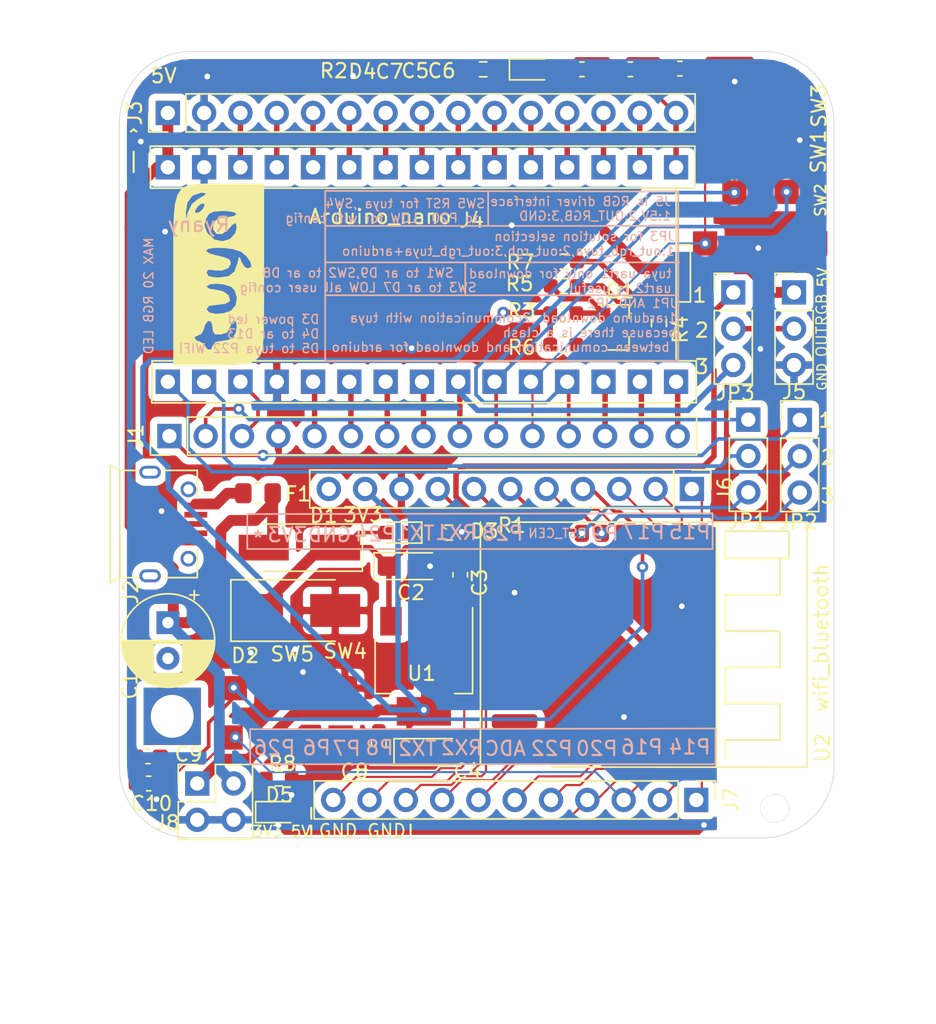
<source format=kicad_pcb>
(kicad_pcb (version 20171130) (host pcbnew "(5.1.10)-1")
  (layers (0 F.Cu signal) (31 B.Cu signal) (34 B.Paste user) (35 F.Paste user) (36 B.SilkS user) (37 F.SilkS user) (38 B.Mask user) (39 F.Mask user) (44 Edge.Cuts user))
  (net 0 "")
  (net 1 GND)
  (net 2 "Net-(C2-Pad1)")
  (net 3 +3V3)
  (net 4 /RST_TU,CEN)
  (net 5 /KEY_TU)
  (net 6 +5V)
  (net 7 "Net-(D3-Pad1)")
  (net 8 "Net-(D4-Pad1)")
  (net 9 /P22)
  (net 10 "Net-(D5-Pad1)")
  (net 11 "Net-(F1-Pad2)")
  (net 12 /D12)
  (net 13 /D11)
  (net 14 /D10)
  (net 15 /D9)
  (net 16 /D8)
  (net 17 /D7)
  (net 18 /D6)
  (net 19 /D5)
  (net 20 /D4)
  (net 21 /D3)
  (net 22 /D2)
  (net 23 /RESET)
  (net 24 "Net-(J2-Pad4)")
  (net 25 "Net-(J2-Pad2)")
  (net 26 "Net-(J2-Pad3)")
  (net 27 /D13)
  (net 28 /AREF)
  (net 29 /A0)
  (net 30 /A1)
  (net 31 /A2)
  (net 32 /A3)
  (net 33 /A4)
  (net 34 /A5)
  (net 35 /A6)
  (net 36 /A7)
  (net 37 /TX)
  (net 38 /RX)
  (net 39 /OUT_RGB)
  (net 40 "Net-(J6-Pad11)")
  (net 41 /P24)
  (net 42 /TX_C)
  (net 43 /RX_C)
  (net 44 /P28)
  (net 45 /P9)
  (net 46 /P17)
  (net 47 /P15)
  (net 48 /P26)
  (net 49 /P6)
  (net 50 /P7)
  (net 51 /P8)
  (net 52 /TX2)
  (net 53 /RX2)
  (net 54 /ADC)
  (net 55 /P14)
  (net 56 /RX_D)
  (net 57 /TX_D)
  (net 58 "Net-(JP3-Pad1)")
  (net 59 /OUT_RGB_TU_5V)
  (net 60 "Net-(Q1-Pad2)")
  (net 61 /OUT_RGB_TU_3V3)
  (net 62 "Net-(C1-Pad2)")
  (net 63 /5V)
  (net 64 /3V3)
  (net 65 /RST)
  (module tuya_arduino:tuya-logo (layer F.Cu) (at 85.75 59.3 90)
    (fp_text reference G*** hide)
    (fp_text value LOGO hide)
  )
  (module tuya_arduino:tuya_cbu (layer F.Cu) (at 125.65 77.25 270)
    (fp_text reference U2 (at 15.15 -2.35 270) (layer F.SilkS))
    (fp_text value mcu_tuya_cbu)
    (pad 1 smd roundrect (at 15.65 6.1) (size 1 1.2) (layers F.Cu F.Paste F.Mask) (net 55 /P14))
    (pad 2 smd roundrect (at 15.65 7.5) (size 1 1.2) (layers F.Cu F.Paste F.Mask) (net 61 /OUT_RGB_TU_3V3))
    (pad 7 smd roundrect (at 15.65 14.5) (size 1 1.2) (layers F.Cu F.Paste F.Mask) (net 52 /TX2))
    (pad 4 smd roundrect (at 15.65 10.3) (size 1 1.2) (layers F.Cu F.Paste F.Mask) (net 9 /P22))
    (pad 3 smd roundrect (at 15.65 8.9) (size 1 1.2) (layers F.Cu F.Paste F.Mask) (net 5 /KEY_TU))
    (pad 6 smd roundrect (at 15.65 13.1) (size 1 1.2) (layers F.Cu F.Paste F.Mask) (net 53 /RX2))
    (pad 5 smd roundrect (at 15.65 11.7) (size 1 1.2) (layers F.Cu F.Paste F.Mask) (net 54 /ADC))
    (pad 8 smd roundrect (at 13.3 19.2) (size 3.2 1) (layers F.Cu F.Paste F.Mask) (net 51 /P8))
    (pad 9 smd roundrect (at 11.5 19.2) (size 3.2 1) (layers F.Cu F.Paste F.Mask) (net 50 /P7))
    (pad 10 smd roundrect (at 9.7 19.2) (size 3.2 1) (layers F.Cu F.Paste F.Mask) (net 49 /P6))
    (pad 11 smd roundrect (at 7.9 19.2) (size 3.2 1) (layers F.Cu F.Paste F.Mask) (net 48 /P26))
    (pad 12 smd roundrect (at 6.1 19.2) (size 3.2 1) (layers F.Cu F.Paste F.Mask) (net 41 /P24))
    (pad 13 smd roundrect (at 4.3 19.2) (size 3.2 1) (layers F.Cu F.Paste F.Mask) (net 1 GND))
    (pad 14 smd roundrect (at 2.5 19.2) (size 3.2 1) (layers F.Cu F.Paste F.Mask) (net 3 +3V3))
    (pad 15 smd roundrect (at 0.15 14.5) (size 1 1.2) (layers F.Cu F.Paste F.Mask) (net 42 /TX_C))
    (pad 16 smd roundrect (at 0.15 13.1) (size 1 1.2) (layers F.Cu F.Paste F.Mask) (net 43 /RX_C))
    (pad 17 smd roundrect (at 0.15 11.7) (size 1 1.2) (layers F.Cu F.Paste F.Mask) (net 44 /P28))
    (pad 18 smd roundrect (at 0.15 10.3) (size 1 1.2) (layers F.Cu F.Paste F.Mask) (net 4 /RST_TU,CEN))
    (pad 19 smd roundrect (at 0.15 8.9) (size 1 1.2) (layers F.Cu F.Paste F.Mask) (net 45 /P9))
    (pad 20 smd roundrect (at 0.15 7.5) (size 1 1.2) (layers F.Cu F.Paste F.Mask) (net 46 /P17))
    (pad 21 smd roundrect (at 0.15 6.1) (size 1 1.2) (layers F.Cu F.Paste F.Mask) (net 47 /P15))
  )
  (module 0WJQ:HOLE_2MM (layer F.Cu) (at 124.65 96.65)
    (fp_text reference REF**)
    (fp_text value HOLE_2MM)
    (pad 1 thru_hole circle (at 0 0) (size 2 2) (drill 2) (layers *.Cu *.Mask))
  )
  (module Symbol:KiCad-Logo_6mm_Copper (layer F.Cu) (at 97.9 57.75)
    (fp_text reference REF** hide)
    (fp_text value KiCad-Logo_6mm_Copper hide)
    (fp_poly (pts (xy -2.726079 -2.96351) (xy -2.622973 -2.927762) (xy -2.526978 -2.871493) (xy -2.441247 -2.794712) (xy -2.36893 -2.697427) (xy -2.336445 -2.636108) (xy -2.308332 -2.55034) (xy -2.294705 -2.451323) (xy -2.296214 -2.349529) (xy -2.312969 -2.257286) (xy -2.358763 -2.144568) (xy -2.425168 -2.046793) (xy -2.508809 -1.965885) (xy -2.606312 -1.903768) (xy -2.7143 -1.862366) (xy -2.829399 -1.843603) (xy -2.948234 -1.849402) (xy -3.006811 -1.861794) (xy -3.120972 -1.906203) (xy -3.222365 -1.973967) (xy -3.308545 -2.062999) (xy -3.377066 -2.171209) (xy -3.382864 -2.183027) (xy -3.402904 -2.227372) (xy -3.415487 -2.26472) (xy -3.422319 -2.30412) (xy -3.425105 -2.354619) (xy -3.425568 -2.409567) (xy -3.424803 -2.475585) (xy -3.421352 -2.523311) (xy -3.413477 -2.561897) (xy -3.399443 -2.600494) (xy -3.38212 -2.638574) (xy -3.317505 -2.746672) (xy -3.237934 -2.834197) (xy -3.14656 -2.901159) (xy -3.046536 -2.947564) (xy -2.941012 -2.973419) (xy -2.833142 -2.978732) (xy -2.726079 -2.96351)) (layer F.Cu) (width 0.01))
    (fp_poly (pts (xy 6.84227 -2.043175) (xy 6.959041 -2.042696) (xy 6.998729 -2.042455) (xy 7.544486 -2.038865) (xy 7.551351 0.054919) (xy 7.552258 0.338842) (xy 7.553062 0.59664) (xy 7.553815 0.829646) (xy 7.554569 1.039194) (xy 7.555375 1.226618) (xy 7.556285 1.39325) (xy 7.557351 1.540425) (xy 7.558624 1.669477) (xy 7.560156 1.781739) (xy 7.561998 1.878544) (xy 7.564203 1.961226) (xy 7.566822 2.031119) (xy 7.569906 2.089557) (xy 7.573508 2.137872) (xy 7.577678 2.1774) (xy 7.582469 2.209473) (xy 7.587931 2.235424) (xy 7.594118 2.256589) (xy 7.60108 2.274299) (xy 7.608869 2.289889) (xy 7.617537 2.304693) (xy 7.627135 2.320044) (xy 7.637715 2.337276) (xy 7.639884 2.340946) (xy 7.676268 2.403031) (xy 7.150431 2.399434) (xy 6.624594 2.395838) (xy 6.617729 2.280331) (xy 6.613992 2.224899) (xy 6.610097 2.192851) (xy 6.604811 2.180135) (xy 6.596903 2.182696) (xy 6.59027 2.190024) (xy 6.561374 2.216714) (xy 6.514279 2.251021) (xy 6.45562 2.288846) (xy 6.392031 2.32609) (xy 6.330149 2.358653) (xy 6.282634 2.380077) (xy 6.171316 2.415283) (xy 6.043596 2.440222) (xy 5.908901 2.453941) (xy 5.776663 2.455486) (xy 5.656308 2.443906) (xy 5.654326 2.443574) (xy 5.489641 2.40225) (xy 5.335479 2.336412) (xy 5.193328 2.247474) (xy 5.064675 2.136852) (xy 4.951007 2.005961) (xy 4.85381 1.856216) (xy 4.774572 1.689033) (xy 4.73143 1.56519) (xy 4.702979 1.461581) (xy 4.68188 1.361252) (xy 4.667488 1.258109) (xy 4.659158 1.146057) (xy 4.656245 1.019001) (xy 4.657535 0.915252) (xy 5.67065 0.915252) (xy 5.675444 1.089222) (xy 5.690568 1.238895) (xy 5.716485 1.365597) (xy 5.753663 1.470658) (xy 5.802565 1.555406) (xy 5.863658 1.621169) (xy 5.934177 1.667659) (xy 5.970871 1.685014) (xy 6.002696 1.695419) (xy 6.038177 1.700179) (xy 6.085841 1.700601) (xy 6.137189 1.698748) (xy 6.238169 1.689841) (xy 6.318035 1.672398) (xy 6.343135 1.663661) (xy 6.400448 1.637857) (xy 6.460897 1.605453) (xy 6.487297 1.589233) (xy 6.555946 1.544205) (xy 6.555946 0.116982) (xy 6.480432 0.071718) (xy 6.375121 0.020572) (xy 6.267525 -0.009676) (xy 6.161581 -0.019205) (xy 6.061224 -0.008193) (xy 5.970387 0.023181) (xy 5.893007 0.07474) (xy 5.868039 0.099488) (xy 5.807856 0.180577) (xy 5.759145 0.278734) (xy 5.721499 0.395643) (xy 5.694512 0.532985) (xy 5.677775 0.692444) (xy 5.670883 0.8757) (xy 5.67065 0.915252) (xy 4.657535 0.915252) (xy 4.658073 0.872067) (xy 4.669647 0.646053) (xy 4.69292 0.442192) (xy 4.728504 0.257513) (xy 4.777013 0.089048) (xy 4.83906 -0.066174) (xy 4.861201 -0.112192) (xy 4.950385 -0.262261) (xy 5.058159 -0.395623) (xy 5.18199 -0.510123) (xy 5.319342 -0.603611) (xy 5.467683 -0.673932) (xy 5.556604 -0.70294) (xy 5.643933 -0.72016) (xy 5.749011 -0.730406) (xy 5.863029 -0.733682) (xy 5.977177 -0.729991) (xy 6.082648 -0.71934) (xy 6.167334 -0.70263) (xy 6.268128 -0.66986) (xy 6.365822 -0.627721) (xy 6.451296 -0.580481) (xy 6.496789 -0.548419) (xy 6.528169 -0.524578) (xy 6.550142 -0.510061) (xy 6.555141 -0.508) (xy 6.55669 -0.521282) (xy 6.558135 -0.559337) (xy 6.559443 -0.619481) (xy 6.560583 -0.699027) (xy 6.561521 -0.795289) (xy 6.562226 -0.905581) (xy 6.562667 -1.027219) (xy 6.562811 -1.151115) (xy 6.56273 -1.309804) (xy 6.562335 -1.443592) (xy 6.561395 -1.55504) (xy 6.55968 -1.646705) (xy 6.556957 -1.721147) (xy 6.552997 -1.780925) (xy 6.547569 -1.828598) (xy 6.540441 -1.866726) (xy 6.531384 -1.897866) (xy 6.520167 -1.924579) (xy 6.506558 -1.949423) (xy 6.490328 -1.974957) (xy 6.48824 -1.978119) (xy 6.467306 -2.01119) (xy 6.454667 -2.033931) (xy 6.452973 -2.038728) (xy 6.466216 -2.040241) (xy 6.504002 -2.041472) (xy 6.563416 -2.042401) (xy 6.641542 -2.043008) (xy 6.735465 -2.043273) (xy 6.84227 -2.043175)) (layer F.Cu) (width 0.01))
    (fp_poly (pts (xy 3.167505 -0.735771) (xy 3.235531 -0.730622) (xy 3.430163 -0.704727) (xy 3.602529 -0.663425) (xy 3.75347 -0.606147) (xy 3.883825 -0.532326) (xy 3.994434 -0.441392) (xy 4.086135 -0.332778) (xy 4.15977 -0.205915) (xy 4.213539 -0.068648) (xy 4.227187 -0.024863) (xy 4.239073 0.016141) (xy 4.249334 0.056569) (xy 4.258113 0.09863) (xy 4.265548 0.144531) (xy 4.27178 0.19648) (xy 4.27695 0.256685) (xy 4.281196 0.327352) (xy 4.28466 0.410689) (xy 4.287481 0.508905) (xy 4.2898 0.624205) (xy 4.291757 0.758799) (xy 4.293491 0.914893) (xy 4.295143 1.094695) (xy 4.296324 1.235676) (xy 4.30427 2.203622) (xy 4.355756 2.29677) (xy 4.380137 2.341645) (xy 4.39828 2.376501) (xy 4.406935 2.395054) (xy 4.407243 2.396311) (xy 4.394014 2.397749) (xy 4.356326 2.399074) (xy 4.297183 2.400249) (xy 4.219586 2.401237) (xy 4.126536 2.401999) (xy 4.021035 2.4025) (xy 3.906084 2.402701) (xy 3.892378 2.402703) (xy 3.377513 2.402703) (xy 3.377513 2.286) (xy 3.376635 2.23326) (xy 3.374292 2.192926) (xy 3.370921 2.1713) (xy 3.369431 2.169298) (xy 3.355804 2.177683) (xy 3.327757 2.199692) (xy 3.291303 2.230601) (xy 3.290485 2.231316) (xy 3.223962 2.280843) (xy 3.139948 2.330575) (xy 3.047937 2.375626) (xy 2.957421 2.41111) (xy 2.917567 2.423236) (xy 2.838255 2.438637) (xy 2.740935 2.448465) (xy 2.634516 2.45258) (xy 2.527907 2.450841) (xy 2.430017 2.443108) (xy 2.361513 2.431981) (xy 2.19352 2.382648) (xy 2.042281 2.312342) (xy 1.908782 2.221933) (xy 1.794006 2.112295) (xy 1.698937 1.984299) (xy 1.62456 1.838818) (xy 1.592474 1.750541) (xy 1.572365 1.664739) (xy 1.559038 1.561736) (xy 1.552872 1.451034) (xy 1.553074 1.434925) (xy 2.481648 1.434925) (xy 2.489348 1.517184) (xy 2.514989 1.585546) (xy 2.562378 1.64897) (xy 2.580579 1.667567) (xy 2.645282 1.717846) (xy 2.720066 1.750056) (xy 2.809662 1.765648) (xy 2.904012 1.766796) (xy 2.993501 1.759216) (xy 3.062018 1.744389) (xy 3.091775 1.733253) (xy 3.145408 1.702904) (xy 3.202235 1.660221) (xy 3.254082 1.612317) (xy 3.292778 1.566301) (xy 3.303054 1.549421) (xy 3.311042 1.525782) (xy 3.316721 1.488168) (xy 3.320356 1.432985) (xy 3.322211 1.35664) (xy 3.322594 1.283981) (xy 3.322335 1.19927) (xy 3.321287 1.138018) (xy 3.319045 1.096227) (xy 3.315206 1.069899) (xy 3.309365 1.055035) (xy 3.301118 1.047639) (xy 3.298567 1.046461) (xy 3.2764 1.042833) (xy 3.23268 1.039866) (xy 3.173311 1.037827) (xy 3.104196 1.036983) (xy 3.089189 1.036982) (xy 2.996805 1.038457) (xy 2.925432 1.042842) (xy 2.868719 1.050738) (xy 2.821872 1.06227) (xy 2.705669 1.106215) (xy 2.614543 1.160243) (xy 2.547705 1.225219) (xy 2.504365 1.302005) (xy 2.483734 1.391467) (xy 2.481648 1.434925) (xy 1.553074 1.434925) (xy 1.554244 1.342133) (xy 1.563532 1.244536) (xy 1.570777 1.205105) (xy 1.617039 1.058701) (xy 1.687384 0.923995) (xy 1.780484 0.80228) (xy 1.895012 0.694847) (xy 2.02964 0.602988) (xy 2.18304 0.527996) (xy 2.313459 0.482458) (xy 2.400623 0.458533) (xy 2.483996 0.439943) (xy 2.568976 0.426084) (xy 2.660965 0.416351) (xy 2.765362 0.410141) (xy 2.887568 0.406851) (xy 2.998055 0.405924) (xy 3.325677 0.405027) (xy 3.319401 0.306547) (xy 3.301579 0.199695) (xy 3.263667 0.107852) (xy 3.20728 0.03331) (xy 3.134031 -0.021636) (xy 3.069535 -0.048448) (xy 2.977123 -0.065346) (xy 2.867111 -0.067773) (xy 2.744656 -0.056622) (xy 2.614914 -0.03279) (xy 2.483042 0.00283) (xy 2.354198 0.049343) (xy 2.260566 0.091883) (xy 2.215517 0.113728) (xy 2.181156 0.128984) (xy 2.163681 0.134937) (xy 2.162733 0.134746) (xy 2.156703 0.121412) (xy 2.141645 0.086068) (xy 2.118977 0.032101) (xy 2.090115 -0.037104) (xy 2.056477 -0.11816) (xy 2.022284 -0.200882) (xy 1.885586 -0.532197) (xy 1.98282 -0.548167) (xy 2.024964 -0.55618) (xy 2.088319 -0.569639) (xy 2.167457 -0.587321) (xy 2.256951 -0.608004) (xy 2.351373 -0.630468) (xy 2.388973 -0.639597) (xy 2.551637 -0.677326) (xy 2.69405 -0.705612) (xy 2.821527 -0.725028) (xy 2.939384 -0.736146) (xy 3.052938 -0.739536) (xy 3.167505 -0.735771)) (layer F.Cu) (width 0.01))
    (fp_poly (pts (xy 0.439962 -1.839501) (xy 0.588014 -1.823293) (xy 0.731452 -1.794282) (xy 0.87611 -1.750955) (xy 1.027824 -1.691799) (xy 1.192428 -1.6153) (xy 1.222071 -1.600483) (xy 1.290098 -1.566969) (xy 1.354256 -1.536792) (xy 1.408215 -1.512834) (xy 1.44564 -1.497976) (xy 1.451389 -1.496105) (xy 1.506486 -1.479598) (xy 1.259851 -1.120799) (xy 1.199552 -1.033107) (xy 1.144422 -0.952988) (xy 1.096336 -0.883164) (xy 1.057168 -0.826353) (xy 1.028794 -0.785277) (xy 1.013087 -0.762654) (xy 1.010536 -0.759072) (xy 1.000171 -0.766562) (xy 0.97466 -0.789082) (xy 0.938563 -0.822539) (xy 0.918642 -0.84145) (xy 0.805773 -0.931222) (xy 0.679014 -0.999439) (xy 0.569783 -1.036805) (xy 0.504214 -1.04854) (xy 0.422116 -1.055692) (xy 0.333144 -1.058126) (xy 0.246956 -1.055712) (xy 0.173205 -1.048317) (xy 0.143776 -1.042653) (xy 0.011133 -0.997018) (xy -0.108394 -0.927337) (xy -0.214717 -0.83374) (xy -0.307747 -0.716351) (xy -0.387395 -0.5753) (xy -0.453574 -0.410714) (xy -0.506194 -0.22272) (xy -0.537467 -0.061783) (xy -0.545626 0.009263) (xy -0.551185 0.101046) (xy -0.554198 0.206968) (xy -0.554719 0.320434) (xy -0.5528 0.434849) (xy -0.548497 0.543617) (xy -0.541863 0.640143) (xy -0.532951 0.717831) (xy -0.531021 0.729817) (xy -0.488501 0.922892) (xy -0.430567 1.093773) (xy -0.356867 1.243224) (xy -0.267049 1.372011) (xy -0.203293 1.441639) (xy -0.088714 1.536173) (xy 0.036942 1.606246) (xy 0.171557 1.651477) (xy 0.313011 1.671484) (xy 0.459183 1.665885) (xy 0.607955 1.6343) (xy 0.695911 1.603394) (xy 0.817629 1.541506) (xy 0.94308 1.452729) (xy 1.013353 1.392694) (xy 1.052811 1.357947) (xy 1.083812 1.332454) (xy 1.101458 1.32017) (xy 1.103648 1.319795) (xy 1.111524 1.332347) (xy 1.131932 1.365516) (xy 1.163132 1.416458) (xy 1.203386 1.482331) (xy 1.250957 1.560289) (xy 1.304104 1.64749) (xy 1.333687 1.696067) (xy 1.559648 2.067215) (xy 1.277527 2.206639) (xy 1.175522 2.256719) (xy 1.092889 2.29621) (xy 1.024578 2.327073) (xy 0.965537 2.351268) (xy 0.910714 2.370758) (xy 0.85506 2.387503) (xy 0.793523 2.403465) (xy 0.73454 2.417482) (xy 0.682115 2.428329) (xy 0.627288 2.436526) (xy 0.564572 2.442528) (xy 0.488477 2.44679) (xy 0.393516 2.449767) (xy 0.329513 2.451052) (xy 0.238192 2.45193) (xy 0.150627 2.451487) (xy 0.072612 2.449852) (xy 0.009942 2.447149) (xy -0.031587 2.443505) (xy -0.034048 2.443142) (xy -0.249697 2.396487) (xy -0.452207 2.325729) (xy -0.641505 2.230914) (xy -0.817521 2.112089) (xy -0.980184 1.9693) (xy -1.129422 1.802594) (xy -1.237504 1.654433) (xy -1.352566 1.460502) (xy -1.445577 1.255699) (xy -1.516987 1.038383) (xy -1.567244 0.806912) (xy -1.596799 0.559643) (xy -1.606111 0.308559) (xy -1.598452 0.06567) (xy -1.574387 -0.15843) (xy -1.533148 -0.367523) (xy -1.473973 -0.565387) (xy -1.396096 -0.755804) (xy -1.386797 -0.775532) (xy -1.284352 -0.959941) (xy -1.158528 -1.135424) (xy -1.012888 -1.29835) (xy -0.850999 -1.445086) (xy -0.676424 -1.571999) (xy -0.513756 -1.665095) (xy -0.349427 -1.738009) (xy -0.184749 -1.790826) (xy -0.013348 -1.824985) (xy 0.171153 -1.841922) (xy 0.281459 -1.84442) (xy 0.439962 -1.839501)) (layer F.Cu) (width 0.01))
    (fp_poly (pts (xy -5.955743 -2.526311) (xy -5.69122 -2.526275) (xy -5.568088 -2.52627) (xy -3.597189 -2.52627) (xy -3.597189 -2.41009) (xy -3.584789 -2.268709) (xy -3.547364 -2.138316) (xy -3.484577 -2.018138) (xy -3.396094 -1.907398) (xy -3.366157 -1.877489) (xy -3.258466 -1.792652) (xy -3.139725 -1.730779) (xy -3.01346 -1.691841) (xy -2.883197 -1.67581) (xy -2.752465 -1.682658) (xy -2.624788 -1.712357) (xy -2.503695 -1.76488) (xy -2.392712 -1.840197) (xy -2.342868 -1.885637) (xy -2.249983 -1.997048) (xy -2.181873 -2.119565) (xy -2.139129 -2.251785) (xy -2.122347 -2.392308) (xy -2.122124 -2.406133) (xy -2.121244 -2.526266) (xy -2.068443 -2.526268) (xy -2.021604 -2.519911) (xy -1.978817 -2.504444) (xy -1.975989 -2.502846) (xy -1.966325 -2.497832) (xy -1.957451 -2.493927) (xy -1.949335 -2.489993) (xy -1.941943 -2.484894) (xy -1.935245 -2.477492) (xy -1.929208 -2.466649) (xy -1.923801 -2.451228) (xy -1.91899 -2.430091) (xy -1.914745 -2.402101) (xy -1.911032 -2.366121) (xy -1.907821 -2.321013) (xy -1.905078 -2.26564) (xy -1.902772 -2.198863) (xy -1.900871 -2.119547) (xy -1.899342 -2.026553) (xy -1.898154 -1.918743) (xy -1.897274 -1.794981) (xy -1.89667 -1.654129) (xy -1.896311 -1.49505) (xy -1.896165 -1.316605) (xy -1.896198 -1.117658) (xy -1.89638 -0.897071) (xy -1.896677 -0.653707) (xy -1.897059 -0.386428) (xy -1.897492 -0.094097) (xy -1.897945 0.224424) (xy -1.897998 0.26323) (xy -1.898404 0.583782) (xy -1.898749 0.878012) (xy -1.899069 1.147056) (xy -1.8994 1.392052) (xy -1.899779 1.614137) (xy -1.900243 1.814447) (xy -1.900828 1.994119) (xy -1.90157 2.15429) (xy -1.902506 2.296098) (xy -1.903673 2.420679) (xy -1.905107 2.52917) (xy -1.906844 2.622707) (xy -1.908922 2.702429) (xy -1.911376 2.769472) (xy -1.914244 2.824973) (xy -1.917561 2.870068) (xy -1.921364 2.905895) (xy -1.92569 2.933591) (xy -1.930575 2.954293) (xy -1.936055 2.969137) (xy -1.942168 2.97926) (xy -1.94895 2.9858) (xy -1.956437 2.989893) (xy -1.964666 2.992676) (xy -1.973673 2.995287) (xy -1.983495 2.998862) (xy -1.985894 2.99995) (xy -1.993435 3.002396) (xy -2.006056 3.004642) (xy -2.024859 3.006698) (xy -2.050947 3.008572) (xy -2.085422 3.010271) (xy -2.129385 3.011803) (xy -2.183939 3.013177) (xy -2.250185 3.0144) (xy -2.329226 3.015481) (xy -2.422163 3.016427) (xy -2.530099 3.017247) (xy -2.654136 3.017947) (xy -2.795376 3.018538) (xy -2.954921 3.019025) (xy -3.133872 3.019419) (xy -3.333332 3.019725) (xy -3.554404 3.019953) (xy -3.798188 3.02011) (xy -4.065787 3.020205) (xy -4.358303 3.020245) (xy -4.676839 3.020238) (xy -4.780021 3.020228) (xy -5.105623 3.020176) (xy -5.404881 3.020091) (xy -5.678909 3.019963) (xy -5.928824 3.019785) (xy -6.15574 3.019548) (xy -6.360773 3.019242) (xy -6.545038 3.01886) (xy -6.70965 3.018392) (xy -6.855725 3.01783) (xy -6.984376 3.017165) (xy -7.096721 3.016388) (xy -7.193874 3.015491) (xy -7.27695 3.014465) (xy -7.347064 3.013301) (xy -7.405332 3.011991) (xy -7.452869 3.010525) (xy -7.49079 3.008896) (xy -7.52021 3.007093) (xy -7.542245 3.00511) (xy -7.55801 3.002936) (xy -7.56862 3.000563) (xy -7.574404 2.998391) (xy -7.584684 2.994056) (xy -7.594122 2.990859) (xy -7.602755 2.987665) (xy -7.610619 2.983338) (xy -7.617748 2.976744) (xy -7.624179 2.966747) (xy -7.629947 2.952212) (xy -7.635089 2.932003) (xy -7.63964 2.904985) (xy -7.643635 2.870023) (xy -7.647111 2.825981) (xy -7.650102 2.771724) (xy -7.652646 2.706117) (xy -7.654777 2.628024) (xy -7.656532 2.53631) (xy -7.657945 2.42984) (xy -7.658315 2.388973) (xy -7.291884 2.388973) (xy -5.996734 2.388973) (xy -6.021655 2.351217) (xy -6.046447 2.312417) (xy -6.06744 2.275469) (xy -6.084935 2.237788) (xy -6.09923 2.196788) (xy -6.110623 2.149883) (xy -6.119413 2.094487) (xy -6.125898 2.028016) (xy -6.130377 1.947883) (xy -6.13315 1.851502) (xy -6.134513 1.736289) (xy -6.134767 1.599657) (xy -6.134209 1.43902) (xy -6.133893 1.379382) (xy -6.130325 0.740041) (xy -5.725298 1.291449) (xy -5.610554 1.447876) (xy -5.511143 1.584088) (xy -5.42599 1.70189) (xy -5.354022 1.803084) (xy -5.294166 1.889477) (xy -5.245348 1.962874) (xy -5.206495 2.025077) (xy -5.176534 2.077893) (xy -5.154391 2.123125) (xy -5.138993 2.162578) (xy -5.129266 2.198058) (xy -5.124137 2.231368) (xy -5.122532 2.264313) (xy -5.123379 2.298697) (xy -5.123595 2.303019) (xy -5.128054 2.389031) (xy -3.708692 2.388973) (xy -3.814265 2.282522) (xy -3.842913 2.253406) (xy -3.87009 2.225076) (xy -3.896989 2.195968) (xy -3.924803 2.16452) (xy -3.954725 2.129169) (xy -3.987946 2.088354) (xy -4.025661 2.040511) (xy -4.06906 1.984079) (xy -4.119338 1.917494) (xy -4.177688 1.839195) (xy -4.2453 1.747619) (xy -4.323369 1.641204) (xy -4.413088 1.518387) (xy -4.515648 1.377605) (xy -4.632242 1.217297) (xy -4.727809 1.085798) (xy -4.847749 0.920596) (xy -4.95238 0.776152) (xy -5.042648 0.651094) (xy -5.119503 0.544052) (xy -5.183891 0.453654) (xy -5.236761 0.378529) (xy -5.27906 0.317304) (xy -5.311736 0.26861) (xy -5.335738 0.231074) (xy -5.352013 0.203325) (xy -5.361508 0.183992) (xy -5.365173 0.171703) (xy -5.364071 0.165242) (xy -5.350724 0.148048) (xy -5.321866 0.111655) (xy -5.27924 0.058224) (xy -5.224585 -0.010081) (xy -5.159644 -0.091097) (xy -5.086158 -0.18266) (xy -5.005868 -0.282608) (xy -4.920515 -0.388776) (xy -4.83184 -0.499003) (xy -4.741586 -0.611124) (xy -4.691944 -0.672756) (xy -3.459373 -0.672756) (xy -3.408146 -0.580081) (xy -3.356919 -0.487405) (xy -3.356919 2.203622) (xy -3.408146 2.296298) (xy -3.459373 2.388973) (xy -2.853396 2.388973) (xy -2.708734 2.388931) (xy -2.589244 2.388741) (xy -2.492642 2.388308) (xy -2.416642 2.387536) (xy -2.358957 2.38633) (xy -2.317301 2.384594) (xy -2.289389 2.382232) (xy -2.272935 2.37915) (xy -2.265652 2.375251) (xy -2.265255 2.37044) (xy -2.269458 2.364622) (xy -2.269501 2.364574) (xy -2.286813 2.339532) (xy -2.309736 2.298815) (xy -2.329981 2.258168) (xy -2.368379 2.176162) (xy -2.376211 -0.672756) (xy -3.459373 -0.672756) (xy -4.691944 -0.672756) (xy -4.651493 -0.722976) (xy -4.563302 -0.832396) (xy -4.478754 -0.937222) (xy -4.399592 -1.035289) (xy -4.327556 -1.124434) (xy -4.264387 -1.202495) (xy -4.211827 -1.267308) (xy -4.171617 -1.31671) (xy -4.148 -1.345513) (xy -4.05629 -1.453222) (xy -3.96806 -1.55042) (xy -3.886403 -1.633924) (xy -3.81441 -1.700552) (xy -3.763319 -1.741401) (xy -3.702907 -1.784865) (xy -5.092298 -1.784865) (xy -5.091908 -1.703334) (xy -5.095791 -1.643394) (xy -5.11039 -1.587823) (xy -5.132988 -1.535145) (xy -5.147678 -1.505385) (xy -5.163472 -1.475897) (xy -5.181814 -1.444724) (xy -5.204145 -1.409907) (xy -5.231909 -1.36949) (xy -5.266549 -1.321514) (xy -5.309507 -1.264022) (xy -5.362227 -1.195057) (xy -5.426151 -1.112661) (xy -5.502721 -1.014876) (xy -5.593381 -0.899745) (xy -5.699574 -0.76531) (xy -5.711568 -0.750141) (xy -6.130325 -0.220588) (xy -6.134378 -0.807078) (xy -6.135195 -0.982749) (xy -6.135021 -1.131468) (xy -6.133849 -1.253725) (xy -6.131669 -1.350011) (xy -6.128474 -1.420817) (xy -6.124256 -1.466631) (xy -6.122838 -1.475321) (xy -6.100591 -1.566865) (xy -6.071443 -1.649392) (xy -6.038182 -1.715747) (xy -6.0182 -1.74389) (xy -5.983722 -1.784865) (xy -6.637914 -1.784865) (xy -6.793969 -1.784731) (xy -6.924467 -1.784297) (xy -7.03131 -1.783511) (xy -7.116398 -1.782324) (xy -7.181635 -1.780683) (xy -7.228921 -1.778539) (xy -7.260157 -1.775841) (xy -7.277246 -1.772538) (xy -7.282088 -1.768579) (xy -7.281753 -1.767702) (xy -7.267885 -1.746769) (xy -7.244732 -1.713588) (xy -7.232754 -1.696807) (xy -7.220369 -1.68006) (xy -7.209237 -1.665085) (xy -7.199288 -1.650406) (xy -7.190451 -1.634551) (xy -7.182657 -1.616045) (xy -7.175835 -1.593415) (xy -7.169916 -1.565187) (xy -7.164829 -1.529887) (xy -7.160504 -1.486042) (xy -7.156871 -1.432178) (xy -7.15386 -1.36682) (xy -7.151401 -1.288496) (xy -7.149423 -1.195732) (xy -7.147858 -1.087053) (xy -7.146634 -0.960987) (xy -7.145681 -0.816058) (xy -7.14493 -0.650794) (xy -7.144311 -0.463721) (xy -7.143752 -0.253365) (xy -7.143185 -0.018252) (xy -7.142655 0.197741) (xy -7.142155 0.438535) (xy -7.141895 0.668274) (xy -7.141868 0.885493) (xy -7.142067 1.088722) (xy -7.142486 1.276496) (xy -7.143118 1.447345) (xy -7.143956 1.599803) (xy -7.144992 1.732403) (xy -7.14622 1.843676) (xy -7.147633 1.932156) (xy -7.149225 1.996375) (xy -7.150987 2.034865) (xy -7.151321 2.038933) (xy -7.163466 2.132248) (xy -7.182427 2.20719) (xy -7.211302 2.272594) (xy -7.25319 2.337293) (xy -7.258429 2.344352) (xy -7.291884 2.388973) (xy -7.658315 2.388973) (xy -7.659054 2.307479) (xy -7.659893 2.16809) (xy -7.660498 2.010539) (xy -7.660905 1.833691) (xy -7.66115 1.63641) (xy -7.661267 1.41756) (xy -7.661295 1.176007) (xy -7.661267 0.910615) (xy -7.66122 0.620249) (xy -7.66119 0.303773) (xy -7.661189 0.240946) (xy -7.661172 -0.078863) (xy -7.661112 -0.372339) (xy -7.661002 -0.64061) (xy -7.660833 -0.884802) (xy -7.660597 -1.106043) (xy -7.660284 -1.30546) (xy -7.659885 -1.48418) (xy -7.659393 -1.643329) (xy -7.658797 -1.784034) (xy -7.65809 -1.907424) (xy -7.657263 -2.014624) (xy -7.656307 -2.106762) (xy -7.655213 -2.184965) (xy -7.653973 -2.250359) (xy -7.652578 -2.304072) (xy -7.651018 -2.347231) (xy -7.649286 -2.380963) (xy -7.647372 -2.406395) (xy -7.645268 -2.424653) (xy -7.642966 -2.436866) (xy -7.640455 -2.444159) (xy -7.640363 -2.444341) (xy -7.635192 -2.455482) (xy -7.630885 -2.465569) (xy -7.626121 -2.474654) (xy -7.619578 -2.482788) (xy -7.609935 -2.490024) (xy -7.595871 -2.496414) (xy -7.576063 -2.502011) (xy -7.549191 -2.506867) (xy -7.513933 -2.511034) (xy -7.468968 -2.514564) (xy -7.412974 -2.517509) (xy -7.344629 -2.519923) (xy -7.262614 -2.521856) (xy -7.165605 -2.523362) (xy -7.052282 -2.524492) (xy -6.921323 -2.525298) (xy -6.771407 -2.525834) (xy -6.601213 -2.526151) (xy -6.409418 -2.526301) (xy -6.194702 -2.526337) (xy -5.955743 -2.526311)) (layer F.Cu) (width 0.01))
  )
  (module 0WJQ:MP_HOLE_L4_M3 (layer F.Cu) (at 82.5 90.2)
    (fp_text reference REF**)
    (fp_text value MP_HOLE_L4_M3)
    (pad 1 thru_hole rect (at 0 0) (size 4 4) (drill 3) (layers *.Cu *.Mask))
  )
  (module Connector_PinHeader_2.54mm:PinHeader_2x02_P2.54mm_Vertical (layer F.Cu) (at 84.25 94.9)
    (fp_text reference J8 (at -2.1 2.75) (layer F.SilkS))
    (fp_text value Conn_02x02_Top_Bottom_MountingPin)
    (pad 4 thru_hole oval (at 2.54 2.54) (size 1.7 1.7) (drill 1) (layers *.Cu *.Mask) (net 1 GND))
    (pad 3 thru_hole oval (at 0 2.54) (size 1.7 1.7) (drill 1) (layers *.Cu *.Mask) (net 1 GND))
    (pad 2 thru_hole oval (at 2.54 0) (size 1.7 1.7) (drill 1) (layers *.Cu *.Mask) (net 6 +5V))
    (pad 1 thru_hole rect (at 0 0) (size 1.7 1.7) (drill 1) (layers *.Cu *.Mask) (net 3 +3V3))
  )
  (module Package_TO_SOT_SMD:SOT-223-3_TabPin2 (layer F.Cu) (at 100.1 86.7 270)
    (fp_text reference U1 (at 0.5 0.15 180) (layer F.SilkS))
    (fp_text value AMS1117-3.3)
    (pad 1 smd rect (at -3.15 -2.3 270) (size 2 1.5) (layers F.Cu F.Paste F.Mask) (net 1 GND))
    (pad 3 smd rect (at -3.15 2.3 270) (size 2 1.5) (layers F.Cu F.Paste F.Mask) (net 2 "Net-(C2-Pad1)"))
    (pad 2 smd rect (at -3.15 0 270) (size 2 1.5) (layers F.Cu F.Paste F.Mask) (net 3 +3V3))
    (pad 2 smd rect (at 3.15 0 270) (size 2 3.8) (layers F.Cu F.Paste F.Mask) (net 3 +3V3))
  )
  (module tuya_arduino:Arduino_nano_base (layer F.Cu) (at 112.75 62.8 90)
    (fp_text reference J4 (at 7.3 -9.3 180) (layer F.SilkS))
    (fp_text value arduino_nano_base)
    (fp_text user Arduino_nano (at 7.55 -15.7 180) (layer F.SilkS))
    (pad 26 thru_hole rect (at 11 -20.4 180) (size 1.7 1.7) (drill 1) (layers *.Cu *.Mask) (net 36 /A7))
    (pad 28 thru_hole rect (at 11 -25.48 180) (size 1.7 1.7) (drill 1) (layers *.Cu *.Mask) (net 23 /RESET))
    (pad 22 thru_hole rect (at 11 -10.24 180) (size 1.7 1.7) (drill 1) (layers *.Cu *.Mask) (net 32 /A3))
    (pad 16 thru_hole rect (at 11 5 180) (size 1.7 1.7) (drill 1) (layers *.Cu *.Mask) (net 27 /D13))
    (pad 24 thru_hole rect (at 11 -15.32 180) (size 1.7 1.7) (drill 1) (layers *.Cu *.Mask) (net 34 /A5))
    (pad 30 thru_hole rect (at 11 -30.56 180) (size 1.7 1.7) (drill 1) (layers *.Cu *.Mask) (net 6 +5V))
    (pad 17 thru_hole rect (at 11 2.46 180) (size 1.7 1.7) (drill 1) (layers *.Cu *.Mask) (net 64 /3V3))
    (pad 18 thru_hole rect (at 11 -0.08 180) (size 1.7 1.7) (drill 1) (layers *.Cu *.Mask) (net 28 /AREF))
    (pad 25 thru_hole rect (at 11 -17.86 180) (size 1.7 1.7) (drill 1) (layers *.Cu *.Mask) (net 35 /A6))
    (pad 23 thru_hole rect (at 11 -12.78 180) (size 1.7 1.7) (drill 1) (layers *.Cu *.Mask) (net 33 /A4))
    (pad 20 thru_hole rect (at 11 -5.16 180) (size 1.7 1.7) (drill 1) (layers *.Cu *.Mask) (net 30 /A1))
    (pad 19 thru_hole rect (at 11 -2.62 180) (size 1.7 1.7) (drill 1) (layers *.Cu *.Mask) (net 29 /A0))
    (pad 21 thru_hole rect (at 11 -7.7 180) (size 1.7 1.7) (drill 1) (layers *.Cu *.Mask) (net 31 /A2))
    (pad 29 thru_hole rect (at 11 -28.02 180) (size 1.7 1.7) (drill 1) (layers *.Cu *.Mask) (net 1 GND))
    (pad 27 thru_hole rect (at 11 -22.94 180) (size 1.7 1.7) (drill 1) (layers *.Cu *.Mask) (net 63 /5V))
    (pad 1 thru_hole rect (at -4 -30.56 180) (size 1.7 1.7) (drill 1) (layers *.Cu *.Mask) (net 37 /TX))
    (pad 2 thru_hole rect (at -4 -28.02 180) (size 1.7 1.7) (drill 1) (layers *.Cu *.Mask) (net 38 /RX))
    (pad 3 thru_hole rect (at -4 -25.48 180) (size 1.7 1.7) (drill 1) (layers *.Cu *.Mask) (net 65 /RST))
    (pad 4 thru_hole rect (at -4 -22.94 180) (size 1.7 1.7) (drill 1) (layers *.Cu *.Mask) (net 1 GND))
    (pad 5 thru_hole rect (at -4 -20.4 180) (size 1.7 1.7) (drill 1) (layers *.Cu *.Mask) (net 22 /D2))
    (pad 6 thru_hole rect (at -4 -17.86 180) (size 1.7 1.7) (drill 1) (layers *.Cu *.Mask) (net 21 /D3))
    (pad 7 thru_hole rect (at -4 -15.32 180) (size 1.7 1.7) (drill 1) (layers *.Cu *.Mask) (net 20 /D4))
    (pad 8 thru_hole rect (at -4 -12.78 180) (size 1.7 1.7) (drill 1) (layers *.Cu *.Mask) (net 19 /D5))
    (pad 9 thru_hole rect (at -4 -10.24 180) (size 1.7 1.7) (drill 1) (layers *.Cu *.Mask) (net 18 /D6))
    (pad 10 thru_hole rect (at -4 -7.7 180) (size 1.7 1.7) (drill 1) (layers *.Cu *.Mask) (net 17 /D7))
    (pad 11 thru_hole rect (at -4 -5.16 180) (size 1.7 1.7) (drill 1) (layers *.Cu *.Mask) (net 16 /D8))
    (pad 12 thru_hole rect (at -4 -2.62 180) (size 1.7 1.7) (drill 1) (layers *.Cu *.Mask) (net 15 /D9))
    (pad 13 thru_hole rect (at -4 -0.08 180) (size 1.7 1.7) (drill 1) (layers *.Cu *.Mask) (net 14 /D10))
    (pad 14 thru_hole rect (at -4 2.46 180) (size 1.7 1.7) (drill 1) (layers *.Cu *.Mask) (net 13 /D11))
    (pad 15 thru_hole rect (at -4 5 180) (size 1.7 1.7) (drill 1) (layers *.Cu *.Mask) (net 12 /D12))
  )
  (module Connector_PinHeader_2.54mm:PinHeader_1x15_P2.54mm_Vertical (layer F.Cu) (at 82.19 48 90)
    (fp_text reference J3 (at 0 -2.33 90) (layer F.SilkS))
    (fp_text value Conn_01x15_Male)
    (pad 15 thru_hole oval (at 0 35.56 90) (size 1.7 1.7) (drill 1) (layers *.Cu *.Mask) (net 27 /D13))
    (pad 14 thru_hole oval (at 0 33.02 90) (size 1.7 1.7) (drill 1) (layers *.Cu *.Mask) (net 64 /3V3))
    (pad 13 thru_hole oval (at 0 30.48 90) (size 1.7 1.7) (drill 1) (layers *.Cu *.Mask) (net 28 /AREF))
    (pad 12 thru_hole oval (at 0 27.94 90) (size 1.7 1.7) (drill 1) (layers *.Cu *.Mask) (net 29 /A0))
    (pad 11 thru_hole oval (at 0 25.4 90) (size 1.7 1.7) (drill 1) (layers *.Cu *.Mask) (net 30 /A1))
    (pad 10 thru_hole oval (at 0 22.86 90) (size 1.7 1.7) (drill 1) (layers *.Cu *.Mask) (net 31 /A2))
    (pad 9 thru_hole oval (at 0 20.32 90) (size 1.7 1.7) (drill 1) (layers *.Cu *.Mask) (net 32 /A3))
    (pad 8 thru_hole oval (at 0 17.78 90) (size 1.7 1.7) (drill 1) (layers *.Cu *.Mask) (net 33 /A4))
    (pad 7 thru_hole oval (at 0 15.24 90) (size 1.7 1.7) (drill 1) (layers *.Cu *.Mask) (net 34 /A5))
    (pad 6 thru_hole oval (at 0 12.7 90) (size 1.7 1.7) (drill 1) (layers *.Cu *.Mask) (net 35 /A6))
    (pad 5 thru_hole oval (at 0 10.16 90) (size 1.7 1.7) (drill 1) (layers *.Cu *.Mask) (net 36 /A7))
    (pad 4 thru_hole oval (at 0 7.62 90) (size 1.7 1.7) (drill 1) (layers *.Cu *.Mask) (net 63 /5V))
    (pad 3 thru_hole oval (at 0 5.08 90) (size 1.7 1.7) (drill 1) (layers *.Cu *.Mask) (net 23 /RESET))
    (pad 2 thru_hole oval (at 0 2.54 90) (size 1.7 1.7) (drill 1) (layers *.Cu *.Mask) (net 1 GND))
    (pad 1 thru_hole rect (at 0 0 90) (size 1.7 1.7) (drill 1) (layers *.Cu *.Mask) (net 6 +5V))
  )
  (module Connector_PinHeader_2.54mm:PinHeader_1x15_P2.54mm_Vertical (layer F.Cu) (at 82.3 70.6 90)
    (fp_text reference J1 (at 0 -2.33 90) (layer F.SilkS))
    (fp_text value Conn_01x15_Male)
    (pad 15 thru_hole oval (at 0 35.56 90) (size 1.7 1.7) (drill 1) (layers *.Cu *.Mask) (net 12 /D12))
    (pad 14 thru_hole oval (at 0 33.02 90) (size 1.7 1.7) (drill 1) (layers *.Cu *.Mask) (net 13 /D11))
    (pad 13 thru_hole oval (at 0 30.48 90) (size 1.7 1.7) (drill 1) (layers *.Cu *.Mask) (net 14 /D10))
    (pad 12 thru_hole oval (at 0 27.94 90) (size 1.7 1.7) (drill 1) (layers *.Cu *.Mask) (net 15 /D9))
    (pad 11 thru_hole oval (at 0 25.4 90) (size 1.7 1.7) (drill 1) (layers *.Cu *.Mask) (net 16 /D8))
    (pad 10 thru_hole oval (at 0 22.86 90) (size 1.7 1.7) (drill 1) (layers *.Cu *.Mask) (net 17 /D7))
    (pad 9 thru_hole oval (at 0 20.32 90) (size 1.7 1.7) (drill 1) (layers *.Cu *.Mask) (net 18 /D6))
    (pad 8 thru_hole oval (at 0 17.78 90) (size 1.7 1.7) (drill 1) (layers *.Cu *.Mask) (net 19 /D5))
    (pad 7 thru_hole oval (at 0 15.24 90) (size 1.7 1.7) (drill 1) (layers *.Cu *.Mask) (net 20 /D4))
    (pad 6 thru_hole oval (at 0 12.7 90) (size 1.7 1.7) (drill 1) (layers *.Cu *.Mask) (net 21 /D3))
    (pad 5 thru_hole oval (at 0 10.16 90) (size 1.7 1.7) (drill 1) (layers *.Cu *.Mask) (net 22 /D2))
    (pad 4 thru_hole oval (at 0 7.62 90) (size 1.7 1.7) (drill 1) (layers *.Cu *.Mask) (net 1 GND))
    (pad 3 thru_hole oval (at 0 5.08 90) (size 1.7 1.7) (drill 1) (layers *.Cu *.Mask) (net 65 /RST))
    (pad 2 thru_hole oval (at 0 2.54 90) (size 1.7 1.7) (drill 1) (layers *.Cu *.Mask) (net 56 /RX_D))
    (pad 1 thru_hole rect (at 0 0 90) (size 1.7 1.7) (drill 1) (layers *.Cu *.Mask) (net 57 /TX_D))
  )
  (module tuya_arduino:button_smd (layer F.Cu) (at 86.9 88.1)
    (fp_text reference SW5 (at 4 -2.25) (layer F.SilkS))
    (fp_text value SW_Push)
    (pad 2 smd rect (at 7.68 0.13) (size 1.7 1.7) (layers F.Cu F.Paste F.Mask) (net 1 GND))
    (pad 1 smd rect (at -0.02 0.13) (size 1.7 1.7) (layers F.Cu F.Paste F.Mask) (net 4 /RST_TU,CEN))
  )
  (module tuya_arduino:button_smd (layer F.Cu) (at 86.6 91.55)
    (fp_text reference SW4 (at 8 -5.9) (layer F.SilkS))
    (fp_text value SW_Push)
    (pad 2 smd rect (at 7.68 0.13) (size 1.7 1.7) (layers F.Cu F.Paste F.Mask) (net 1 GND))
    (pad 1 smd rect (at -0.02 0.13) (size 1.7 1.7) (layers F.Cu F.Paste F.Mask) (net 5 /KEY_TU))
  )
  (module tuya_arduino:button_smd (layer F.Cu) (at 125.35 53.5 90)
    (fp_text reference SW3 (at 6 2.4 90) (layer F.SilkS))
    (fp_text value SW_Push)
    (pad 2 smd rect (at 7.68 0.13 90) (size 1.7 1.7) (layers F.Cu F.Paste F.Mask) (net 1 GND))
    (pad 1 smd rect (at -0.02 0.13 90) (size 1.7 1.7) (layers F.Cu F.Paste F.Mask) (net 17 /D7))
  )
  (module tuya_arduino:button_smd (layer F.Cu) (at 119.8 57)
    (fp_text reference SW2 (at 8.05 -2.9 90) (layer F.SilkS) (effects (font (size 0.762 0.762) (thickness 0.127))))
    (fp_text value SW_Push)
    (pad 2 smd rect (at 7.68 0.13) (size 1.7 1.7) (layers F.Cu F.Paste F.Mask) (net 1 GND))
    (pad 1 smd rect (at -0.02 0.13) (size 1.7 1.7) (layers F.Cu F.Paste F.Mask) (net 16 /D8))
  )
  (module tuya_arduino:button_smd (layer F.Cu) (at 121.7 53.55 90)
    (fp_text reference SW1 (at 2.85 6 90) (layer F.SilkS))
    (fp_text value SW_Push)
    (pad 2 smd rect (at 7.68 0.13 90) (size 1.7 1.7) (layers F.Cu F.Paste F.Mask) (net 1 GND))
    (pad 1 smd rect (at -0.02 0.13 90) (size 1.7 1.7) (layers F.Cu F.Paste F.Mask) (net 15 /D9))
  )
  (module Resistor_SMD:R_0603_1608Metric_Pad0.98x0.95mm_HandSolder (layer F.Cu) (at 89.95 94.55)
    (fp_text reference R8 (at 0.25 -1.05) (layer F.SilkS))
    (fp_text value 220)
    (pad 2 smd roundrect (at 0.9125 0) (size 0.975 0.95) (layers F.Cu F.Paste F.Mask) (net 1 GND))
    (pad 1 smd roundrect (at -0.9125 0) (size 0.975 0.95) (layers F.Cu F.Paste F.Mask) (net 10 "Net-(D5-Pad1)"))
  )
  (module Resistor_SMD:R_0603_1608Metric_Pad0.98x0.95mm_HandSolder (layer F.Cu) (at 109.9 58.4)
    (fp_text reference R7 (at -3.05 0.05) (layer F.SilkS))
    (fp_text value 2k)
    (pad 2 smd roundrect (at 0.9125 0) (size 0.975 0.95) (layers F.Cu F.Paste F.Mask) (net 59 /OUT_RGB_TU_5V))
    (pad 1 smd roundrect (at -0.9125 0) (size 0.975 0.95) (layers F.Cu F.Paste F.Mask) (net 6 +5V))
  )
  (module Resistor_SMD:R_0603_1608Metric_Pad0.98x0.95mm_HandSolder (layer F.Cu) (at 109.85 64.2)
    (fp_text reference R6 (at -2.9 0.2) (layer F.SilkS))
    (fp_text value 2k)
    (pad 2 smd roundrect (at 0.9125 0) (size 0.975 0.95) (layers F.Cu F.Paste F.Mask) (net 60 "Net-(Q1-Pad2)"))
    (pad 1 smd roundrect (at -0.9125 0) (size 0.975 0.95) (layers F.Cu F.Paste F.Mask) (net 3 +3V3))
  )
  (module Resistor_SMD:R_0603_1608Metric_Pad0.98x0.95mm_HandSolder (layer F.Cu) (at 109.8875 60.1)
    (fp_text reference R5 (at -3.0875 -0.15) (layer F.SilkS))
    (fp_text value NC/0R)
    (pad 1 smd roundrect (at -0.9125 0) (size 0.975 0.95) (layers F.Cu F.Paste F.Mask) (net 61 /OUT_RGB_TU_3V3))
    (pad 2 smd roundrect (at 0.9125 0) (size 0.975 0.95) (layers F.Cu F.Paste F.Mask) (net 59 /OUT_RGB_TU_5V))
  )
  (module Resistor_SMD:R_0603_1608Metric_Pad0.98x0.95mm_HandSolder (layer F.Cu) (at 116.55 62.6875 90)
    (fp_text reference R4 (at -0.4625 1.5 90) (layer F.SilkS))
    (fp_text value 1R)
    (pad 2 smd roundrect (at 0.9125 0 90) (size 0.975 0.95) (layers F.Cu F.Paste F.Mask) (net 58 "Net-(JP3-Pad1)"))
    (pad 1 smd roundrect (at -0.9125 0 90) (size 0.975 0.95) (layers F.Cu F.Paste F.Mask) (net 59 /OUT_RGB_TU_5V))
  )
  (module Resistor_SMD:R_0603_1608Metric_Pad0.98x0.95mm_HandSolder (layer F.Cu) (at 109.85 62)
    (fp_text reference R3 (at -2.9 -0.15) (layer F.SilkS))
    (fp_text value 2k)
    (pad 2 smd roundrect (at 0.9125 0) (size 0.975 0.95) (layers F.Cu F.Paste F.Mask) (net 61 /OUT_RGB_TU_3V3))
    (pad 1 smd roundrect (at -0.9125 0) (size 0.975 0.95) (layers F.Cu F.Paste F.Mask) (net 3 +3V3))
  )
  (module Resistor_SMD:R_0603_1608Metric_Pad0.98x0.95mm_HandSolder (layer F.Cu) (at 104.25 44.95 180)
    (fp_text reference R2 (at 10.45 -0.1) (layer F.SilkS))
    (fp_text value 330)
    (pad 2 smd roundrect (at 0.9125 0 180) (size 0.975 0.95) (layers F.Cu F.Paste F.Mask) (net 1 GND))
    (pad 1 smd roundrect (at -0.9125 0 180) (size 0.975 0.95) (layers F.Cu F.Paste F.Mask) (net 8 "Net-(D4-Pad1)"))
  )
  (module Resistor_SMD:R_0603_1608Metric_Pad0.98x0.95mm_HandSolder (layer F.Cu) (at 101.85 77.35)
    (fp_text reference R1 (at 4.4 -0.5) (layer F.SilkS))
    (fp_text value 330)
    (pad 2 smd roundrect (at 0.9125 0) (size 0.975 0.95) (layers F.Cu F.Paste F.Mask) (net 1 GND))
    (pad 1 smd roundrect (at -0.9125 0) (size 0.975 0.95) (layers F.Cu F.Paste F.Mask) (net 7 "Net-(D3-Pad1)"))
  )
  (module Package_TO_SOT_SMD:SOT-23 (layer F.Cu) (at 113.7 63)
    (fp_text reference Q1 (at 0.15 -2.55) (layer F.SilkS))
    (fp_text value S8050)
    (pad 3 smd rect (at 1 0) (size 0.9 0.8) (layers F.Cu F.Paste F.Mask) (net 59 /OUT_RGB_TU_5V))
    (pad 2 smd rect (at -1 0.95) (size 0.9 0.8) (layers F.Cu F.Paste F.Mask) (net 60 "Net-(Q1-Pad2)"))
    (pad 1 smd rect (at -1 -0.95) (size 0.9 0.8) (layers F.Cu F.Paste F.Mask) (net 61 /OUT_RGB_TU_3V3))
  )
  (module Connector_PinHeader_2.54mm:PinHeader_1x03_P2.54mm_Vertical (layer F.Cu) (at 121.75 60.55)
    (fp_text reference JP3 (at 0.15 7.05) (layer F.SilkS))
    (fp_text value Jumper_NC_Dual)
    (pad 3 thru_hole oval (at 0 5.08) (size 1.7 1.7) (drill 1) (layers *.Cu *.Mask) (net 18 /D6))
    (pad 2 thru_hole oval (at 0 2.54) (size 1.7 1.7) (drill 1) (layers *.Cu *.Mask) (net 39 /OUT_RGB))
    (pad 1 thru_hole rect (at 0 0) (size 1.7 1.7) (drill 1) (layers *.Cu *.Mask) (net 58 "Net-(JP3-Pad1)"))
  )
  (module Connector_PinHeader_2.54mm:PinHeader_1x03_P2.54mm_Vertical (layer F.Cu) (at 126.4 69.47)
    (fp_text reference JP2 (at -0.1 7.13) (layer F.SilkS))
    (fp_text value Jumper_NC_Dual)
    (pad 3 thru_hole oval (at 0 5.08) (size 1.7 1.7) (drill 1) (layers *.Cu *.Mask) (net 43 /RX_C))
    (pad 2 thru_hole oval (at 0 2.54) (size 1.7 1.7) (drill 1) (layers *.Cu *.Mask) (net 37 /TX))
    (pad 1 thru_hole rect (at 0 0) (size 1.7 1.7) (drill 1) (layers *.Cu *.Mask) (net 57 /TX_D))
  )
  (module Connector_PinHeader_2.54mm:PinHeader_1x03_P2.54mm_Vertical (layer F.Cu) (at 122.8 69.45)
    (fp_text reference JP1 (at -0.05 7.1) (layer F.SilkS))
    (fp_text value Jumper_NC_Dual)
    (pad 3 thru_hole oval (at 0 5.08) (size 1.7 1.7) (drill 1) (layers *.Cu *.Mask) (net 42 /TX_C))
    (pad 2 thru_hole oval (at 0 2.54) (size 1.7 1.7) (drill 1) (layers *.Cu *.Mask) (net 38 /RX))
    (pad 1 thru_hole rect (at 0 0) (size 1.7 1.7) (drill 1) (layers *.Cu *.Mask) (net 56 /RX_D))
  )
  (module Connector_PinHeader_2.54mm:PinHeader_1x11_P2.54mm_Vertical (layer F.Cu) (at 119.16 96.05 270)
    (fp_text reference J7 (at 0 -2.44 90) (layer F.SilkS))
    (fp_text value Conn_01x11_Male)
    (pad 11 thru_hole oval (at 0 25.4 270) (size 1.7 1.7) (drill 1) (layers *.Cu *.Mask) (net 48 /P26))
    (pad 10 thru_hole oval (at 0 22.86 270) (size 1.7 1.7) (drill 1) (layers *.Cu *.Mask) (net 49 /P6))
    (pad 9 thru_hole oval (at 0 20.32 270) (size 1.7 1.7) (drill 1) (layers *.Cu *.Mask) (net 50 /P7))
    (pad 8 thru_hole oval (at 0 17.78 270) (size 1.7 1.7) (drill 1) (layers *.Cu *.Mask) (net 51 /P8))
    (pad 7 thru_hole oval (at 0 15.24 270) (size 1.7 1.7) (drill 1) (layers *.Cu *.Mask) (net 52 /TX2))
    (pad 6 thru_hole oval (at 0 12.7 270) (size 1.7 1.7) (drill 1) (layers *.Cu *.Mask) (net 53 /RX2))
    (pad 5 thru_hole oval (at 0 10.16 270) (size 1.7 1.7) (drill 1) (layers *.Cu *.Mask) (net 54 /ADC))
    (pad 4 thru_hole oval (at 0 7.62 270) (size 1.7 1.7) (drill 1) (layers *.Cu *.Mask) (net 9 /P22))
    (pad 3 thru_hole oval (at 0 5.08 270) (size 1.7 1.7) (drill 1) (layers *.Cu *.Mask) (net 5 /KEY_TU))
    (pad 2 thru_hole oval (at 0 2.54 270) (size 1.7 1.7) (drill 1) (layers *.Cu *.Mask) (net 61 /OUT_RGB_TU_3V3))
    (pad 1 thru_hole rect (at 0 0 270) (size 1.7 1.7) (drill 1) (layers *.Cu *.Mask) (net 55 /P14))
  )
  (module Connector_PinHeader_2.54mm:PinHeader_1x11_P2.54mm_Vertical (layer F.Cu) (at 118.85 74.3 270)
    (fp_text reference J6 (at 0 -2.33 90) (layer F.SilkS))
    (fp_text value Conn_01x11_Male)
    (pad 11 thru_hole oval (at 0 25.4 270) (size 1.7 1.7) (drill 1) (layers *.Cu *.Mask) (net 40 "Net-(J6-Pad11)"))
    (pad 10 thru_hole oval (at 0 22.86 270) (size 1.7 1.7) (drill 1) (layers *.Cu *.Mask) (net 3 +3V3))
    (pad 9 thru_hole oval (at 0 20.32 270) (size 1.7 1.7) (drill 1) (layers *.Cu *.Mask) (net 1 GND))
    (pad 8 thru_hole oval (at 0 17.78 270) (size 1.7 1.7) (drill 1) (layers *.Cu *.Mask) (net 41 /P24))
    (pad 7 thru_hole oval (at 0 15.24 270) (size 1.7 1.7) (drill 1) (layers *.Cu *.Mask) (net 42 /TX_C))
    (pad 6 thru_hole oval (at 0 12.7 270) (size 1.7 1.7) (drill 1) (layers *.Cu *.Mask) (net 43 /RX_C))
    (pad 5 thru_hole oval (at 0 10.16 270) (size 1.7 1.7) (drill 1) (layers *.Cu *.Mask) (net 44 /P28))
    (pad 4 thru_hole oval (at 0 7.62 270) (size 1.7 1.7) (drill 1) (layers *.Cu *.Mask) (net 4 /RST_TU,CEN))
    (pad 3 thru_hole oval (at 0 5.08 270) (size 1.7 1.7) (drill 1) (layers *.Cu *.Mask) (net 45 /P9))
    (pad 2 thru_hole oval (at 0 2.54 270) (size 1.7 1.7) (drill 1) (layers *.Cu *.Mask) (net 46 /P17))
    (pad 1 thru_hole rect (at 0 0 270) (size 1.7 1.7) (drill 1) (layers *.Cu *.Mask) (net 47 /P15))
  )
  (module Connector_PinHeader_2.54mm:PinHeader_1x03_P2.54mm_Vertical (layer F.Cu) (at 126 60.55)
    (fp_text reference J5 (at 0 6.95) (layer F.SilkS))
    (fp_text value Conn_01x03_Female)
    (pad 3 thru_hole oval (at 0 5.08) (size 1.7 1.7) (drill 1) (layers *.Cu *.Mask) (net 1 GND))
    (pad 2 thru_hole oval (at 0 2.54) (size 1.7 1.7) (drill 1) (layers *.Cu *.Mask) (net 39 /OUT_RGB))
    (pad 1 thru_hole rect (at 0 0) (size 1.7 1.7) (drill 1) (layers *.Cu *.Mask) (net 6 +5V))
  )
  (module 0WJQ:MicroUSB_5S_B_A01SB141B1-067 (layer F.Cu) (at 82.15 76.75 90)
    (fp_text reference J2 (at -4.75 -2.55 90) (layer F.SilkS))
    (fp_text value USB_A)
    (pad 6 thru_hole circle (at 2.425 1.48 90) (size 1.1 1.1) (drill 0.7) (layers *.Cu *.Mask))
    (pad 6 thru_hole oval (at 3.625 -1.2 90) (size 0.9 1.5) (drill oval 0.5 1.1) (layers *.Cu *.Mask))
    (pad 6 thru_hole oval (at -3.625 -1.2 90) (size 0.9 1.5) (drill oval 0.5 1.1) (layers *.Cu *.Mask))
    (pad 6 thru_hole circle (at -2.425 1.48 90) (size 1.1 1.1) (drill 0.7) (layers *.Cu *.Mask))
    (pad 5 smd rect (at -1.3 2 90) (size 0.4 1.6) (layers F.Cu F.Paste F.Mask) (net 1 GND))
    (pad 4 smd rect (at -0.65 2 90) (size 0.4 1.6) (layers F.Cu F.Paste F.Mask) (net 24 "Net-(J2-Pad4)"))
    (pad 1 smd rect (at 1.3 2 90) (size 0.4 1.6) (layers F.Cu F.Paste F.Mask) (net 11 "Net-(F1-Pad2)"))
    (pad 2 smd rect (at 0.65 2 90) (size 0.4 1.6) (layers F.Cu F.Paste F.Mask) (net 25 "Net-(J2-Pad2)"))
    (pad 3 smd rect (at 0 2 90) (size 0.4 1.6) (layers F.Cu F.Paste F.Mask) (net 26 "Net-(J2-Pad3)"))
  )
  (module Fuse:Fuse_0805_2012Metric_Pad1.15x1.40mm_HandSolder (layer F.Cu) (at 88.5 74.6 180)
    (fp_text reference F1 (at -2.8 -0.05) (layer F.SilkS))
    (fp_text value Fuse)
    (pad 2 smd roundrect (at 1.025 0 180) (size 1.15 1.4) (layers F.Cu F.Paste F.Mask) (roundrect_rratio 0.2173904347826087) (net 11 "Net-(F1-Pad2)"))
    (pad 1 smd roundrect (at -1.025 0 180) (size 1.15 1.4) (layers F.Cu F.Paste F.Mask) (roundrect_rratio 0.2173904347826087) (net 6 +5V))
  )
  (module LED_SMD:LED_0603_1608Metric_Pad1.05x0.95mm_HandSolder (layer F.Cu) (at 89.995 96.9)
    (fp_text reference D5 (at 0.005 -1.2) (layer F.SilkS))
    (fp_text value LED)
    (pad 2 smd roundrect (at 0.875 0) (size 1.05 0.95) (layers F.Cu F.Paste F.Mask) (net 9 /P22))
    (pad 1 smd roundrect (at -0.875 0) (size 1.05 0.95) (layers F.Cu F.Paste F.Mask) (net 10 "Net-(D5-Pad1)"))
  )
  (module LED_SMD:LED_0603_1608Metric_Pad1.05x0.95mm_HandSolder (layer F.Cu) (at 107.75 44.95)
    (fp_text reference D4 (at -11.95 0.15) (layer F.SilkS))
    (fp_text value LED)
    (pad 2 smd roundrect (at 0.875 0) (size 1.05 0.95) (layers F.Cu F.Paste F.Mask) (net 27 /D13))
    (pad 1 smd roundrect (at -0.875 0) (size 1.05 0.95) (layers F.Cu F.Paste F.Mask) (net 8 "Net-(D4-Pad1)"))
  )
  (module LED_SMD:LED_0603_1608Metric_Pad1.05x0.95mm_HandSolder (layer F.Cu) (at 98.3 77.35 180)
    (fp_text reference D3 (at -6.05 0.1) (layer F.SilkS))
    (fp_text value LED)
    (pad 2 smd roundrect (at 0.875 0 180) (size 1.05 0.95) (layers F.Cu F.Paste F.Mask) (net 2 "Net-(C2-Pad1)"))
    (pad 1 smd roundrect (at -0.875 0 180) (size 1.05 0.95) (layers F.Cu F.Paste F.Mask) (net 7 "Net-(D3-Pad1)"))
  )
  (module Diode_SMD:D_SMB_Handsoldering (layer F.Cu) (at 91.2 82.8)
    (fp_text reference D2 (at -3.6 3.15) (layer F.SilkS))
    (fp_text value D_Zener)
    (pad 2 smd rect (at 2.7 0) (size 3.5 2.3) (layers F.Cu F.Paste F.Mask) (net 1 GND))
    (pad 1 smd rect (at -2.7 0) (size 3.5 2.3) (layers F.Cu F.Paste F.Mask) (net 2 "Net-(C2-Pad1)"))
  )
  (module Diode_SMD:D_SMA_Handsoldering (layer F.Cu) (at 91.4 78.4 180)
    (fp_text reference D1 (at -1.7 2.25) (layer F.SilkS))
    (fp_text value ss210)
    (pad 2 smd rect (at 2.5 0 180) (size 3.5 1.8) (layers F.Cu F.Paste F.Mask) (net 6 +5V))
    (pad 1 smd rect (at -2.5 0 180) (size 3.5 1.8) (layers F.Cu F.Paste F.Mask) (net 2 "Net-(C2-Pad1)"))
  )
  (module Capacitor_SMD:C_0603_1608Metric_Pad1.08x0.95mm_HandSolder (layer F.Cu) (at 80.85 94.9 180)
    (fp_text reference C10 (at -0.2 -1.4) (layer F.SilkS))
    (fp_text value 0.1uf)
    (pad 2 smd roundrect (at 0.8625 0 180) (size 1.075 0.95) (layers F.Cu F.Paste F.Mask) (net 1 GND))
    (pad 1 smd roundrect (at -0.8625 0 180) (size 1.075 0.95) (layers F.Cu F.Paste F.Mask) (net 5 /KEY_TU))
  )
  (module Capacitor_SMD:C_0603_1608Metric_Pad1.08x0.95mm_HandSolder (layer F.Cu) (at 80.8 93 180)
    (fp_text reference C9 (at -2.85 0.15) (layer F.SilkS))
    (fp_text value 0.1uf)
    (pad 2 smd roundrect (at 0.8625 0 180) (size 1.075 0.95) (layers F.Cu F.Paste F.Mask) (net 1 GND))
    (pad 1 smd roundrect (at -0.8625 0 180) (size 1.075 0.95) (layers F.Cu F.Paste F.Mask) (net 4 /RST_TU,CEN))
  )
  (module Capacitor_SMD:C_0603_1608Metric_Pad1.08x0.95mm_HandSolder (layer F.Cu) (at 96.95 92.15 90)
    (fp_text reference C8 (at -1.9 -1.7 180) (layer F.SilkS))
    (fp_text value 0.1uf)
    (pad 2 smd roundrect (at 0.8625 0 90) (size 1.075 0.95) (layers F.Cu F.Paste F.Mask) (net 1 GND))
    (pad 1 smd roundrect (at -0.8625 0 90) (size 1.075 0.95) (layers F.Cu F.Paste F.Mask) (net 3 +3V3))
  )
  (module Capacitor_SMD:C_0603_1608Metric_Pad1.08x0.95mm_HandSolder (layer F.Cu) (at 111.1625 44.95 180)
    (fp_text reference C7 (at 13.4625 -0.15) (layer F.SilkS))
    (fp_text value 0.1uf)
    (pad 2 smd roundrect (at 0.8625 0 180) (size 1.075 0.95) (layers F.Cu F.Paste F.Mask) (net 1 GND))
    (pad 1 smd roundrect (at -0.8625 0 180) (size 1.075 0.95) (layers F.Cu F.Paste F.Mask) (net 16 /D8))
  )
  (module Capacitor_SMD:C_0603_1608Metric_Pad1.08x0.95mm_HandSolder (layer F.Cu) (at 118.0125 44.9 180)
    (fp_text reference C6 (at 16.6625 -0.15) (layer F.SilkS))
    (fp_text value 0.1uf)
    (pad 2 smd roundrect (at 0.8625 0 180) (size 1.075 0.95) (layers F.Cu F.Paste F.Mask) (net 1 GND))
    (pad 1 smd roundrect (at -0.8625 0 180) (size 1.075 0.95) (layers F.Cu F.Paste F.Mask) (net 17 /D7))
  )
  (module Capacitor_SMD:C_0603_1608Metric_Pad1.08x0.95mm_HandSolder (layer F.Cu) (at 114.55 44.95 180)
    (fp_text reference C5 (at 15.05 -0.1) (layer F.SilkS))
    (fp_text value 0.1uf)
    (pad 2 smd roundrect (at 0.8625 0 180) (size 1.075 0.95) (layers F.Cu F.Paste F.Mask) (net 1 GND))
    (pad 1 smd roundrect (at -0.8625 0 180) (size 1.075 0.95) (layers F.Cu F.Paste F.Mask) (net 15 /D9))
  )
  (module Capacitor_Tantalum_SMD:CP_EIA-3216-18_Kemet-A_Pad1.58x1.35mm_HandSolder (layer F.Cu) (at 100.5 92.7)
    (fp_text reference C4 (at 2.65 1.35) (layer F.SilkS))
    (fp_text value 22uf)
    (pad 2 smd roundrect (at 1.4375 0) (size 1.575 1.35) (layers F.Cu F.Paste F.Mask) (roundrect_rratio 0.1851844444444445) (net 1 GND))
    (pad 1 smd roundrect (at -1.4375 0) (size 1.575 1.35) (layers F.Cu F.Paste F.Mask) (roundrect_rratio 0.1851844444444445) (net 3 +3V3))
  )
  (module Capacitor_SMD:C_0603_1608Metric_Pad1.08x0.95mm_HandSolder (layer F.Cu) (at 102.65 80.3 270)
    (fp_text reference C3 (at 0.55 -1.35 90) (layer F.SilkS))
    (fp_text value 0.1uf)
    (pad 2 smd roundrect (at 0.8625 0 270) (size 1.075 0.95) (layers F.Cu F.Paste F.Mask) (net 1 GND))
    (pad 1 smd roundrect (at -0.8625 0 270) (size 1.075 0.95) (layers F.Cu F.Paste F.Mask) (net 2 "Net-(C2-Pad1)"))
  )
  (module Capacitor_Tantalum_SMD:CP_EIA-3216-18_Kemet-A_Pad1.58x1.35mm_HandSolder (layer F.Cu) (at 99.1 79.7)
    (fp_text reference C2 (at 0.1 1.85) (layer F.SilkS))
    (fp_text value 22uf)
    (pad 2 smd roundrect (at 1.4375 0) (size 1.575 1.35) (layers F.Cu F.Paste F.Mask) (roundrect_rratio 0.1851844444444445) (net 1 GND))
    (pad 1 smd roundrect (at -1.4375 0) (size 1.575 1.35) (layers F.Cu F.Paste F.Mask) (roundrect_rratio 0.1851844444444445) (net 2 "Net-(C2-Pad1)"))
  )
  (module Capacitor_THT:CP_Radial_D6.3mm_P2.50mm (layer F.Cu) (at 82.2 83.65 270)
    (fp_text reference C1 (at 4.4 2.65 90) (layer F.SilkS))
    (fp_text value 220uf)
    (pad 2 thru_hole circle (at 2.5 0 270) (size 1.6 1.6) (drill 0.8) (layers *.Cu *.Mask) (net 62 "Net-(C1-Pad2)"))
    (pad 1 thru_hole rect (at 0 0 270) (size 1.6 1.6) (drill 0.8) (layers *.Cu *.Mask) (net 6 +5V))
  )
  (gr_line (start 78.8 93.7) (end 78.8 53.7) (layer Edge.Cuts) (width 0.05))
  (gr_text "MAX 20 RGB LED" (at 80.85 60.8 90) (layer B.SilkS) (effects (font (size 0.635 0.635) (thickness 0.1016)) (justify mirror)))
  (gr_text Ryany (at 84.35 55.8) (layer B.SilkS) (effects (font (size 1 1)) (justify mirror)))
  (gr_text "D3 power led\nD4 to ar D13\nD5 to tuya P22 WIFI " (at 92.85 63.45) (layer B.SilkS) (effects (font (size 0.635 0.635) (thickness 0.1016)) (justify left mirror)))
  (gr_line (start 93.2 65.35) (end 93.2 53.45) (layer B.SilkS) (width 0.12))
  (gr_text "SW1 to ar D9,SW2 to ar D8\nSW3 to ar D7 LOW all user config" (at 95.5 59.7) (layer B.SilkS) (effects (font (size 0.635 0.635) (thickness 0.1016)) (justify mirror)))
  (gr_text "SW5 RST for tuya ,SW4\n to P20  LOW for wifi config" (at 104.45 54.85) (layer B.SilkS) (effects (font (size 0.635 0.635) (thickness 0.1016)) (justify left mirror)))
  (gr_line (start 103 58.45) (end 103 60.75) (layer B.SilkS) (width 0.12))
  (gr_line (start 104.6 53.45) (end 104.6 55.9) (layer B.SilkS) (width 0.12))
  (gr_line (start 117.9 60.75) (end 93.25 60.75) (layer B.SilkS) (width 0.12))
  (gr_line (start 117.95 58.45) (end 93.2 58.45) (layer B.SilkS) (width 0.12))
  (gr_line (start 117.9 55.9) (end 93.25 55.9) (layer B.SilkS) (width 0.12))
  (gr_line (start 117.9 65.35) (end 117.9 53.5) (layer B.SilkS) (width 0.12))
  (gr_line (start 93.2 53.45) (end 117.9 53.5) (layer B.SilkS) (width 0.12))
  (gr_line (start 117.9 65.35) (end 93.2 65.35) (layer B.SilkS) (width 0.12))
  (gr_text "JP1 AND JP2\n1:arduino download ,2communication with tuya\nbecause there is a clash\n between comunication and download for arduino" (at 117.85 62.85) (layer B.SilkS) (effects (font (size 0.635 0.635) (thickness 0.1016)) (justify left mirror)))
  (gr_text "tuya uart1 only for download\nuart2 is useful" (at 117.5 59.75) (layer B.SilkS) (effects (font (size 0.635 0.635) (thickness 0.1016)) (justify left mirror)))
  (gr_text "JP3 for solution selection\n1:out_rgb_tuya,2:out_rgb,3:out_rgb_tuya+arduino" (at 117.7 57.15) (layer B.SilkS) (effects (font (size 0.635 0.635) (thickness 0.1016)) (justify left mirror)))
  (gr_text "J5 is RGB driver interface\n1:5V,2:OUT_RGB,3:GND" (at 117.45 54.7) (layer B.SilkS) (effects (font (size 0.635 0.635) (thickness 0.1016)) (justify left mirror)))
  (gr_text P24 (at 96.7 77.45) (layer B.SilkS) (effects (font (size 1 1)) (justify mirror)))
  (gr_text GND (at 93.5 77.5) (layer B.SilkS) (effects (font (size 1 1)) (justify mirror)))
  (gr_text 3V3 (at 90.55 77.5) (layer B.SilkS) (effects (font (size 1 1)) (justify mirror)))
  (gr_text * (at 88.5 77.75) (layer B.SilkS) (effects (font (size 1 1)) (justify mirror)))
  (gr_text P15 (at 118.7 77.3) (layer B.SilkS) (effects (font (size 1 1)) (justify mirror)))
  (gr_text P17 (at 115.5 77.3) (layer B.SilkS) (effects (font (size 1 1)) (justify mirror)))
  (gr_text TX1 (at 99.5 77.4) (layer B.SilkS) (effects (font (size 1 1)) (justify mirror)))
  (gr_text RX1 (at 102.35 77.35) (layer B.SilkS) (effects (font (size 1 1)) (justify mirror)))
  (gr_text P28 (at 105.6 77.4) (layer B.SilkS) (effects (font (size 1 1)) (justify mirror)))
  (gr_text RST_CEN (at 109.45 77.4) (layer B.SilkS) (effects (font (size 0.635 0.635) (thickness 0.1016)) (justify mirror)))
  (gr_text P9 (at 112.75 77.4) (layer B.SilkS) (effects (font (size 1 1)) (justify mirror)))
  (gr_line (start 87.75 78.5) (end 87.75 78.35) (layer B.SilkS) (width 0.12))
  (gr_line (start 91.45 78.5) (end 87.75 78.5) (layer B.SilkS) (width 0.12))
  (gr_line (start 120.3 78.5) (end 120.3 76) (layer B.SilkS) (width 0.12))
  (gr_line (start 120.3 76) (end 91.6 76.05) (layer B.SilkS) (width 0.12))
  (gr_line (start 87.75 78.05) (end 87.75 78.45) (layer B.SilkS) (width 0.12))
  (gr_line (start 91.6 76.05) (end 87.75 76.05) (layer B.SilkS) (width 0.12))
  (gr_line (start 87.75 76.05) (end 87.75 78.05) (layer B.SilkS) (width 0.12))
  (gr_line (start 91.6 78.5) (end 120.3 78.5) (layer B.SilkS) (width 0.12))
  (gr_line (start 87.95 93.55) (end 87.95 93.4) (layer B.SilkS) (width 0.12))
  (gr_line (start 91.65 93.55) (end 87.95 93.55) (layer B.SilkS) (width 0.12))
  (gr_line (start 87.95 93.1) (end 87.95 93.5) (layer B.SilkS) (width 0.12))
  (gr_line (start 87.95 91.1) (end 87.95 93.1) (layer B.SilkS) (width 0.12))
  (gr_line (start 91.8 91.1) (end 87.95 91.1) (layer B.SilkS) (width 0.12))
  (gr_text P26 (at 89.65 92.4) (layer B.SilkS) (effects (font (size 1 1)) (justify mirror)))
  (gr_text P6 (at 92.6 92.4) (layer B.SilkS) (effects (font (size 1 1)) (justify mirror)))
  (gr_text P7 (at 94.7 92.45) (layer B.SilkS) (effects (font (size 1 1)) (justify mirror)))
  (gr_text P8 (at 97 92.4) (layer B.SilkS) (effects (font (size 1 1)) (justify mirror)))
  (gr_text TX2 (at 99.65 92.45) (layer B.SilkS) (effects (font (size 1 1)) (justify mirror)))
  (gr_text RX2 (at 102.75 92.4) (layer B.SilkS) (effects (font (size 1 1)) (justify mirror)))
  (gr_text ADC (at 105.8 92.45) (layer B.SilkS) (effects (font (size 1 1)) (justify mirror)))
  (gr_text P22 (at 109.05 92.45) (layer B.SilkS) (effects (font (size 1 1)) (justify mirror)))
  (gr_text P20 (at 112.2 92.45) (layer B.SilkS) (effects (font (size 1 1)) (justify mirror)))
  (gr_text P16 (at 115.35 92.35) (layer B.SilkS) (effects (font (size 1 1)) (justify mirror)))
  (gr_text P14 (at 118.7 92.35) (layer B.SilkS) (effects (font (size 1 1)) (justify mirror)))
  (gr_line (start 120.5 93.55) (end 120.5 91.05) (layer B.SilkS) (width 0.12))
  (gr_line (start 91.8 93.55) (end 120.5 93.55) (layer B.SilkS) (width 0.12))
  (gr_line (start 120.5 91.05) (end 91.8 91.1) (layer B.SilkS) (width 0.12))
  (gr_text GND (at 127.95 66.45 90) (layer F.SilkS) (effects (font (size 0.635 0.635) (thickness 0.1016))))
  (gr_text "OUTRGB\n" (at 127.95 62.85 90) (layer F.SilkS) (effects (font (size 0.762 0.762) (thickness 0.1016))))
  (gr_text "5V\n" (at 128.05 59.5 90) (layer F.SilkS) (effects (font (size 0.762 0.762) (thickness 0.127))))
  (gr_text 3 (at 128.35 74.8) (layer F.SilkS) (effects (font (size 1 1))))
  (gr_text 2 (at 128.35 72.1) (layer F.SilkS) (effects (font (size 1 1))))
  (gr_text 1 (at 128.2 69.5) (layer F.SilkS) (effects (font (size 1 1))))
  (gr_text 3 (at 119.55 65.75) (layer F.SilkS) (effects (font (size 1 1))))
  (gr_text 2 (at 119.55 63.2) (layer F.SilkS) (effects (font (size 1 1))))
  (gr_text 1 (at 119.4 60.75) (layer F.SilkS) (effects (font (size 1 1))))
  (gr_text 5V (at 81.9 45.4) (layer F.SilkS) (effects (font (size 1 1))))
  (gr_text 3V3 (at 95.85 76.1) (layer F.SilkS) (effects (font (size 1 1))))
  (gr_text "-\n" (at 99.1 98.15 90) (layer F.SilkS) (effects (font (size 1 1))))
  (gr_text "GND GND" (at 95.8 98.2) (layer F.SilkS) (effects (font (size 0.889 0.889) (thickness 0.127))))
  (gr_text "--\n" (at 92.15 97.6 90) (layer F.SilkS) (effects (font (size 1 1))))
  (gr_text "3V3 5V" (at 90.15 98.25) (layer F.SilkS) (effects (font (size 0.762 0.762) (thickness 0.127))))
  (gr_text wifi_bluetooth (at 127.9 84.7 90) (layer F.SilkS) (effects (font (size 1 1))))
  (gr_line (start 128.8 53.7) (end 128.8 48.7) (layer Edge.Cuts) (width 0.05))
  (gr_line (start 78.8 53.7) (end 78.8 48.7) (layer Edge.Cuts) (width 0.05))
  (gr_arc (start 123.8 48.7) (end 128.8 48.7) (angle -90) (layer Edge.Cuts) (width 0.05))
  (gr_arc (start 83.8 48.7) (end 83.8 43.7) (angle -90) (layer Edge.Cuts) (width 0.05))
  (gr_arc (start 123.8 93.7) (end 123.8 98.7) (angle -90) (layer Edge.Cuts) (width 0.05))
  (gr_arc (start 83.8 93.7) (end 78.8 93.7) (angle -91.12330271) (layer Edge.Cuts) (width 0.05))
  (gr_text "^\n|" (at 79.8 50.55) (layer F.SilkS) (effects (font (size 1 1))))
  (gr_line (start 83.8 43.7) (end 123.8 43.7) (layer Edge.Cuts) (width 0.05))
  (gr_line (start 128.8 53.7) (end 128.8 93.7) (layer Edge.Cuts) (width 0.05))
  (gr_line (start 83.9 98.7) (end 123.8 98.7) (layer Edge.Cuts) (width 0.05))
  (segment (start 92 98.3) (end 119.3 98.3) (width 0.381) (layer F.Cu) (net 1))
  (via (at 119.7 97.8) (size 0.8) (drill 0.4) (layers F.Cu B.Cu) (net 1))
  (segment (start 119.7 97.9) (end 119.7 97.8) (width 0.381) (layer F.Cu) (net 1))
  (segment (start 119.3 98.3) (end 119.7 97.9) (width 0.381) (layer F.Cu) (net 1))
  (segment (start 92 98.3) (end 90.4 98.3) (width 0.381) (layer F.Cu) (net 1))
  (segment (start 90.4 98.3) (end 89.9 97.8) (width 0.381) (layer F.Cu) (net 1))
  (via (at 89.9 97.8) (size 0.8) (drill 0.4) (layers F.Cu B.Cu) (net 1))
  (via (at 121.85 45.8) (size 0.8) (drill 0.4) (layers F.Cu B.Cu) (net 1))
  (via (at 102.75 77.3) (size 0.8) (drill 0.4) (layers F.Cu B.Cu) (net 1))
  (via (at 106.45 81.55) (size 0.8) (drill 0.4) (layers F.Cu B.Cu) (net 1))
  (segment (start 84.73 48) (end 84.73 51.8) (width 0.381) (layer F.Cu) (net 1))
  (segment (start 89.92 66.91) (end 89.81 66.8) (width 0.381) (layer F.Cu) (net 1))
  (segment (start 89.92 70.6) (end 89.92 66.91) (width 0.381) (layer F.Cu) (net 1))
  (segment (start 106.45 81) (end 102.75 77.3) (width 0.381) (layer B.Cu) (net 1))
  (segment (start 106.45 81.55) (end 106.45 81) (width 0.381) (layer B.Cu) (net 1))
  (segment (start 102.4 81.4125) (end 102.65 81.1625) (width 0.381) (layer F.Cu) (net 1))
  (segment (start 102.4 83.55) (end 102.4 81.4125) (width 0.381) (layer F.Cu) (net 1))
  (segment (start 102 81.1625) (end 100.5375 79.7) (width 0.381) (layer F.Cu) (net 1))
  (segment (start 102.65 81.1625) (end 102 81.1625) (width 0.381) (layer F.Cu) (net 1))
  (via (at 100.5375 79.7) (size 0.8) (drill 0.4) (layers F.Cu B.Cu) (net 1))
  (segment (start 100.5375 79.5125) (end 102.75 77.3) (width 0.381) (layer B.Cu) (net 1))
  (segment (start 100.5375 79.7) (end 100.5375 79.5125) (width 0.381) (layer B.Cu) (net 1))
  (segment (start 102.7625 77.35) (end 102.7625 77.2625) (width 0.381) (layer F.Cu) (net 1))
  (segment (start 102.7625 77.2625) (end 101.7 76.2) (width 0.5) (layer F.Cu) (net 1))
  (segment (start 82.969 78.05) (end 82.419 77.5) (width 0.381) (layer F.Cu) (net 1))
  (segment (start 84.15 78.05) (end 82.969 78.05) (width 0.381) (layer F.Cu) (net 1))
  (via (at 90.85 95.7) (size 0.8) (drill 0.4) (layers F.Cu B.Cu) (net 1))
  (via (at 81.4 96) (size 0.8) (drill 0.4) (layers F.Cu B.Cu) (net 1))
  (segment (start 81.0875 96) (end 79.9875 94.9) (width 0.254) (layer F.Cu) (net 1))
  (segment (start 81.4 96) (end 81.0875 96) (width 0.254) (layer F.Cu) (net 1))
  (via (at 91.65 87.1) (size 0.8) (drill 0.4) (layers F.Cu B.Cu) (net 1))
  (via (at 88 85.75) (size 0.8) (drill 0.4) (layers F.Cu B.Cu) (net 1))
  (via (at 91.1 85.5) (size 0.8) (drill 0.4) (layers F.Cu B.Cu) (net 1))
  (via (at 99.25 64.45) (size 0.8) (drill 0.4) (layers F.Cu B.Cu) (net 1))
  (via (at 106.25 55.85) (size 0.8) (drill 0.4) (layers F.Cu B.Cu) (net 1))
  (via (at 82 56.3) (size 0.8) (drill 0.4) (layers F.Cu B.Cu) (net 1))
  (via (at 84.95 45.45) (size 0.8) (drill 0.4) (layers F.Cu B.Cu) (net 1))
  (via (at 80.3 50) (size 0.8) (drill 0.4) (layers F.Cu B.Cu) (net 1))
  (via (at 123.65 64.5) (size 0.8) (drill 0.4) (layers F.Cu B.Cu) (net 1))
  (via (at 123.5 57.45) (size 0.8) (drill 0.4) (layers F.Cu B.Cu) (net 1))
  (via (at 126.4 49.9) (size 0.8) (drill 0.4) (layers F.Cu B.Cu) (net 1))
  (via (at 95.15 45.4) (size 0.8) (drill 0.4) (layers F.Cu B.Cu) (net 1))
  (segment (start 100.83349 93.80401) (end 96.25401 93.80401) (width 0.254) (layer F.Cu) (net 1))
  (segment (start 101.9375 92.7) (end 100.83349 93.80401) (width 0.254) (layer F.Cu) (net 1))
  (segment (start 96.25401 93.80401) (end 95.8 93.35) (width 0.254) (layer F.Cu) (net 1))
  (segment (start 95.8 92.4375) (end 96.95 91.2875) (width 0.254) (layer F.Cu) (net 1))
  (segment (start 95.8 93.35) (end 95.8 92.4375) (width 0.254) (layer F.Cu) (net 1))
  (segment (start 110.3 44.95) (end 110.3 44.7) (width 0.254) (layer F.Cu) (net 1))
  (segment (start 112.95849 44.22099) (end 113.6875 44.95) (width 0.254) (layer F.Cu) (net 1))
  (segment (start 110.77901 44.22099) (end 112.95849 44.22099) (width 0.254) (layer F.Cu) (net 1))
  (segment (start 110.3 44.7) (end 110.77901 44.22099) (width 0.254) (layer F.Cu) (net 1))
  (segment (start 116.47099 44.22099) (end 117.15 44.9) (width 0.254) (layer F.Cu) (net 1))
  (segment (start 114.41651 44.22099) (end 116.47099 44.22099) (width 0.254) (layer F.Cu) (net 1))
  (segment (start 113.6875 44.95) (end 114.41651 44.22099) (width 0.254) (layer F.Cu) (net 1))
  (via (at 114.1 90.25) (size 0.8) (drill 0.4) (layers F.Cu B.Cu) (net 1))
  (via (at 118.15 82.5) (size 0.8) (drill 0.4) (layers F.Cu B.Cu) (net 1))
  (via (at 81.75 75.85) (size 0.8) (drill 0.4) (layers F.Cu B.Cu) (net 1))
  (segment (start 117.71424 44.9) (end 118.69424 45.88) (width 0.1524) (layer F.Cu) (net 1))
  (segment (start 117.15 44.9) (end 117.71424 44.9) (width 0.1524) (layer F.Cu) (net 1))
  (segment (start 118.69424 45.88) (end 120.02 45.88) (width 0.1524) (layer F.Cu) (net 1))
  (segment (start 93.9 78.4) (end 93.85 78.4) (width 0.762) (layer F.Cu) (net 2))
  (segment (start 92.9 78.4) (end 88.5 82.8) (width 0.762) (layer F.Cu) (net 2))
  (segment (start 93.9 78.4) (end 92.9 78.4) (width 0.762) (layer F.Cu) (net 2))
  (segment (start 93.9 78.4) (end 94.45 78.4) (width 0.254) (layer F.Cu) (net 2))
  (segment (start 95.5 77.35) (end 97.425 77.35) (width 0.254) (layer F.Cu) (net 2))
  (segment (start 94.45 78.4) (end 95.5 77.35) (width 0.254) (layer F.Cu) (net 2))
  (segment (start 97.6625 79.7) (end 97.6625 79.5875) (width 0.381) (layer F.Cu) (net 2))
  (segment (start 97.6625 79.5875) (end 98.85 78.4) (width 0.381) (layer F.Cu) (net 2))
  (segment (start 101.6125 78.4) (end 102.65 79.4375) (width 0.381) (layer F.Cu) (net 2))
  (segment (start 98.85 78.4) (end 101.6125 78.4) (width 0.381) (layer F.Cu) (net 2))
  (segment (start 96.3625 78.4) (end 97.6625 79.7) (width 0.381) (layer F.Cu) (net 2))
  (segment (start 93.9 78.4) (end 96.3625 78.4) (width 0.381) (layer F.Cu) (net 2))
  (segment (start 97.6625 83.4125) (end 97.8 83.55) (width 0.381) (layer F.Cu) (net 2))
  (segment (start 97.6625 79.7) (end 97.6625 83.4125) (width 0.381) (layer F.Cu) (net 2))
  (segment (start 100.1 83.55) (end 100.1 89.85) (width 0.381) (layer F.Cu) (net 3))
  (segment (start 100.1 89.85) (end 100.25 89.85) (width 0.381) (layer F.Cu) (net 3))
  (segment (start 104.85 79.75) (end 106.45 79.75) (width 0.381) (layer F.Cu) (net 3))
  (segment (start 104 80.6) (end 104.85 79.75) (width 0.381) (layer F.Cu) (net 3))
  (segment (start 98.7625 93) (end 99.0625 92.7) (width 0.381) (layer F.Cu) (net 3))
  (segment (start 99.0625 90.8875) (end 100.1 89.85) (width 0.381) (layer F.Cu) (net 3))
  (segment (start 99.0625 92.7) (end 99.0625 90.8875) (width 0.381) (layer F.Cu) (net 3))
  (segment (start 98.75 93.0125) (end 99.0625 92.7) (width 0.381) (layer F.Cu) (net 3))
  (segment (start 96.95 93.0125) (end 98.75 93.0125) (width 0.381) (layer F.Cu) (net 3))
  (via (at 100.1 89.75) (size 0.8) (drill 0.4) (layers F.Cu B.Cu) (net 3))
  (segment (start 100.1 89.75) (end 98.5 88.15) (width 0.254) (layer B.Cu) (net 3))
  (segment (start 98.295 76.605) (end 95.99 74.3) (width 0.381) (layer B.Cu) (net 3))
  (segment (start 98.295 87.945) (end 100.1 89.75) (width 0.381) (layer B.Cu) (net 3))
  (segment (start 98.295 76.605) (end 98.295 87.945) (width 0.381) (layer B.Cu) (net 3))
  (via (at 105.65 61.95) (size 0.8) (drill 0.4) (layers F.Cu B.Cu) (net 3))
  (segment (start 108.8875 61.95) (end 108.9375 62) (width 0.381) (layer F.Cu) (net 3))
  (segment (start 105.65 61.95) (end 108.8875 61.95) (width 0.381) (layer F.Cu) (net 3))
  (segment (start 108.9375 64.2) (end 108.9375 62) (width 0.381) (layer F.Cu) (net 3))
  (segment (start 96.895688 89.75) (end 96.745688 89.9) (width 0.762) (layer F.Cu) (net 3))
  (segment (start 100.1 89.75) (end 96.895688 89.75) (width 0.762) (layer F.Cu) (net 3))
  (segment (start 96.745688 89.9) (end 91.15 89.9) (width 0.762) (layer F.Cu) (net 3))
  (segment (start 91.15 89.9) (end 87.9 93.15) (width 0.762) (layer F.Cu) (net 3))
  (segment (start 87.9 93.2) (end 86 93.2) (width 0.762) (layer F.Cu) (net 3))
  (segment (start 84.3 94.9) (end 86 93.2) (width 0.762) (layer F.Cu) (net 3))
  (segment (start 84.25 94.9) (end 84.3 94.9) (width 0.762) (layer F.Cu) (net 3))
  (segment (start 97.771098 89.75) (end 100.1 89.75) (width 0.381) (layer B.Cu) (net 3))
  (segment (start 82.210549 74.189451) (end 97.771098 89.75) (width 0.381) (layer B.Cu) (net 3))
  (segment (start 82.210549 72.760549) (end 82.210549 74.189451) (width 0.381) (layer B.Cu) (net 3))
  (segment (start 80.45 71) (end 82.210549 72.760549) (width 0.381) (layer B.Cu) (net 3))
  (segment (start 80.45 65.8) (end 80.45 71) (width 0.381) (layer B.Cu) (net 3))
  (segment (start 80.95 65.3) (end 80.45 65.8) (width 0.381) (layer B.Cu) (net 3))
  (segment (start 102.3 65.3) (end 80.95 65.3) (width 0.381) (layer B.Cu) (net 3))
  (segment (start 105.65 61.95) (end 102.3 65.3) (width 0.381) (layer B.Cu) (net 3))
  (segment (start 100.1 89.13) (end 104 85.23) (width 0.381) (layer F.Cu) (net 3))
  (segment (start 100.1 89.75) (end 100.1 89.13) (width 0.381) (layer F.Cu) (net 3))
  (segment (start 104 85.23) (end 104 80.6) (width 0.381) (layer F.Cu) (net 3))
  (segment (start 115.35 77.4) (end 113.85 75.9) (width 0.254) (layer F.Cu) (net 4))
  (segment (start 86.88 88.23) (end 86.88 88.67) (width 0.254) (layer F.Cu) (net 4))
  (segment (start 86.83 88.23) (end 86.8 88.2) (width 0.254) (layer F.Cu) (net 4))
  (segment (start 86.88 88.23) (end 86.83 88.23) (width 0.254) (layer F.Cu) (net 4))
  (segment (start 89.004001 90.404001) (end 108.895999 90.404001) (width 0.254) (layer B.Cu) (net 4))
  (segment (start 108.895999 90.404001) (end 115.4 83.9) (width 0.254) (layer B.Cu) (net 4))
  (via (at 115.4 79.75) (size 0.8) (drill 0.4) (layers F.Cu B.Cu) (net 4))
  (segment (start 115.4 83.9) (end 115.4 79.75) (width 0.254) (layer B.Cu) (net 4))
  (segment (start 115.4 77.45) (end 115.35 77.4) (width 0.254) (layer F.Cu) (net 4))
  (segment (start 115.4 79.75) (end 115.4 77.45) (width 0.254) (layer F.Cu) (net 4))
  (segment (start 86.88 88.92) (end 86.88 88.23) (width 0.254) (layer F.Cu) (net 4))
  (segment (start 84.157202 93) (end 81.6625 93) (width 0.254) (layer F.Cu) (net 4))
  (segment (start 85.05 92.3) (end 84.35 93) (width 0.254) (layer F.Cu) (net 4))
  (segment (start 84.35 93) (end 84.157202 93) (width 0.254) (layer F.Cu) (net 4))
  (segment (start 86.8 88.9) (end 85.05 90.65) (width 0.254) (layer F.Cu) (net 4))
  (segment (start 85.05 90.65) (end 85.05 92.3) (width 0.254) (layer F.Cu) (net 4))
  (segment (start 86.8 88.2) (end 86.8 88.9) (width 0.254) (layer F.Cu) (net 4))
  (segment (start 86.8 88.2) (end 89.004001 90.404001) (width 0.254) (layer B.Cu) (net 4))
  (via (at 86.8 88.2) (size 0.8) (drill 0.4) (layers F.Cu B.Cu) (net 4))
  (segment (start 86.88 88.23) (end 86.88 88.72) (width 0.254) (layer F.Cu) (net 4))
  (segment (start 111.23 74.3) (end 111.85 74.3) (width 0.254) (layer F.Cu) (net 4))
  (segment (start 113.45 75.9) (end 113.85 75.9) (width 0.254) (layer F.Cu) (net 4))
  (segment (start 111.85 74.3) (end 113.45 75.9) (width 0.254) (layer F.Cu) (net 4))
  (segment (start 116.75 92.9) (end 116.572978 92.9) (width 0.1524) (layer F.Cu) (net 5))
  (segment (start 86.58 92.03) (end 86.02 92.03) (width 0.1524) (layer F.Cu) (net 5))
  (segment (start 85.82 91.68) (end 86.58 91.68) (width 0.1524) (layer F.Cu) (net 5))
  (via (at 86.92 91.66) (size 0.8) (drill 0.4) (layers F.Cu B.Cu) (net 5))
  (segment (start 86.68 91.68) (end 86.7 91.7) (width 0.1524) (layer F.Cu) (net 5))
  (segment (start 86.58 91.68) (end 86.68 91.68) (width 0.1524) (layer F.Cu) (net 5))
  (segment (start 86.7 91.7) (end 86.5 91.7) (width 0.1524) (layer F.Cu) (net 5))
  (segment (start 86.5 91.7) (end 84.7 93.5) (width 0.1524) (layer F.Cu) (net 5))
  (segment (start 82.092798 94.9) (end 81.7125 94.9) (width 0.1524) (layer F.Cu) (net 5))
  (segment (start 83.492798 93.5) (end 82.092798 94.9) (width 0.1524) (layer F.Cu) (net 5))
  (segment (start 84.7 93.5) (end 83.492798 93.5) (width 0.1524) (layer F.Cu) (net 5))
  (segment (start 112.13 94.1) (end 114.08 96.05) (width 0.1524) (layer B.Cu) (net 5))
  (segment (start 89.36 94.1) (end 112.13 94.1) (width 0.1524) (layer B.Cu) (net 5))
  (segment (start 86.92 91.66) (end 89.36 94.1) (width 0.1524) (layer B.Cu) (net 5))
  (segment (start 116.75 93.38) (end 114.08 96.05) (width 0.1524) (layer F.Cu) (net 5))
  (segment (start 116.75 92.9) (end 116.75 93.38) (width 0.1524) (layer F.Cu) (net 5))
  (segment (start 89.525 77.775) (end 88.9 78.4) (width 0.762) (layer F.Cu) (net 6))
  (segment (start 89.525 74.6) (end 89.525 77.775) (width 0.762) (layer F.Cu) (net 6))
  (segment (start 85.9 77.2) (end 85.9 81.35) (width 0.762) (layer F.Cu) (net 6))
  (segment (start 86.6 76.5) (end 85.9 77.2) (width 0.762) (layer F.Cu) (net 6))
  (segment (start 89.525 75.3) (end 88.325 76.5) (width 0.762) (layer F.Cu) (net 6))
  (segment (start 88.325 76.5) (end 86.6 76.5) (width 0.762) (layer F.Cu) (net 6))
  (segment (start 89.525 74.6) (end 89.525 75.3) (width 0.762) (layer F.Cu) (net 6))
  (segment (start 83.6 83.65) (end 85.9 81.35) (width 0.762) (layer F.Cu) (net 6))
  (segment (start 82.2 83.65) (end 83.6 83.65) (width 0.762) (layer F.Cu) (net 6))
  (segment (start 82.2 83.65) (end 82.20801 83.64199) (width 0.762) (layer F.Cu) (net 6))
  (segment (start 82.571999 79.871999) (end 79.55 76.85) (width 0.762) (layer F.Cu) (net 6))
  (segment (start 82.571999 83.278001) (end 82.571999 79.871999) (width 0.762) (layer F.Cu) (net 6))
  (segment (start 82.2 83.65) (end 82.571999 83.278001) (width 0.762) (layer F.Cu) (net 6))
  (segment (start 82.19 51.8) (end 81.45 51.8) (width 0.762) (layer F.Cu) (net 6))
  (segment (start 81.45 51.8) (end 79.55 53.7) (width 0.762) (layer F.Cu) (net 6))
  (segment (start 82.19 51.8) (end 82.19 48) (width 0.762) (layer F.Cu) (net 6))
  (segment (start 79.55 76.85) (end 79.55 56.05) (width 0.762) (layer F.Cu) (net 6))
  (segment (start 79.55 56.05) (end 79.55 53.7) (width 0.762) (layer F.Cu) (net 6))
  (segment (start 122.858001 58.9) (end 124.508001 60.55) (width 0.762) (layer F.Cu) (net 6))
  (segment (start 115.341999 58.9) (end 122.858001 58.9) (width 0.762) (layer F.Cu) (net 6))
  (segment (start 124.508001 60.55) (end 125.5 60.55) (width 0.762) (layer F.Cu) (net 6))
  (segment (start 110.191999 53.75) (end 115.341999 58.9) (width 0.762) (layer F.Cu) (net 6))
  (segment (start 79.55 56.05) (end 81.85 53.75) (width 0.762) (layer F.Cu) (net 6))
  (segment (start 108.9875 56.0875) (end 106.65 53.75) (width 0.762) (layer F.Cu) (net 6))
  (segment (start 108.9875 58.4) (end 108.9875 56.0875) (width 0.762) (layer F.Cu) (net 6))
  (segment (start 106.65 53.75) (end 110.191999 53.75) (width 0.762) (layer F.Cu) (net 6))
  (segment (start 81.85 53.75) (end 106.65 53.75) (width 0.762) (layer F.Cu) (net 6))
  (segment (start 85.791999 93.901999) (end 86.79 94.9) (width 0.762) (layer B.Cu) (net 6))
  (segment (start 85.791999 87.241999) (end 85.791999 93.901999) (width 0.762) (layer B.Cu) (net 6))
  (segment (start 82.2 83.65) (end 85.791999 87.241999) (width 0.762) (layer B.Cu) (net 6))
  (segment (start 99.175 77.35) (end 100.9375 77.35) (width 0.254) (layer F.Cu) (net 7))
  (segment (start 105.1625 44.95) (end 106.875 44.95) (width 0.254) (layer F.Cu) (net 8))
  (segment (start 112.022978 96.05) (end 111.54 96.05) (width 0.1524) (layer F.Cu) (net 9))
  (segment (start 115.35 92.9) (end 115.172978 92.9) (width 0.1524) (layer F.Cu) (net 9))
  (segment (start 110.08599 97.50401) (end 111.54 96.05) (width 0.1524) (layer F.Cu) (net 9))
  (segment (start 112.2 96.05) (end 111.54 96.05) (width 0.1524) (layer F.Cu) (net 9))
  (segment (start 115.35 92.9) (end 112.2 96.05) (width 0.1524) (layer F.Cu) (net 9))
  (segment (start 90.87 96.9) (end 90.87 96.99) (width 0.1524) (layer F.Cu) (net 9))
  (segment (start 110.06059 97.52941) (end 110.08599 97.50401) (width 0.1524) (layer F.Cu) (net 9))
  (segment (start 91.40941 97.52941) (end 110.06059 97.52941) (width 0.1524) (layer F.Cu) (net 9))
  (segment (start 90.87 96.99) (end 91.40941 97.52941) (width 0.1524) (layer F.Cu) (net 9))
  (segment (start 89.0375 96.8175) (end 89.12 96.9) (width 0.254) (layer F.Cu) (net 10))
  (segment (start 89.0375 94.55) (end 89.0375 96.8175) (width 0.254) (layer F.Cu) (net 10))
  (segment (start 87.475 74.6) (end 87.475 74.675) (width 0.25) (layer F.Cu) (net 11))
  (segment (start 86.3516 74.6) (end 87.475 74.6) (width 0.762) (layer F.Cu) (net 11))
  (segment (start 85.6016 75.35) (end 86.3516 74.6) (width 0.762) (layer F.Cu) (net 11))
  (segment (start 84.15 75.35) (end 85.6016 75.35) (width 0.762) (layer F.Cu) (net 11))
  (segment (start 117.86 66.91) (end 117.75 66.8) (width 0.381) (layer F.Cu) (net 12))
  (segment (start 117.86 70.6) (end 117.86 66.91) (width 0.381) (layer F.Cu) (net 12))
  (segment (start 115.32 66.91) (end 115.21 66.8) (width 0.381) (layer F.Cu) (net 13))
  (segment (start 115.32 70.6) (end 115.32 66.91) (width 0.381) (layer F.Cu) (net 13))
  (segment (start 112.78 66.91) (end 112.67 66.8) (width 0.381) (layer F.Cu) (net 14))
  (segment (start 112.78 70.6) (end 112.78 66.91) (width 0.381) (layer F.Cu) (net 14))
  (segment (start 121.83 53.57) (end 121.83 53.57) (width 0.254) (layer F.Cu) (net 15))
  (via (at 121.83 53.57) (size 0.8) (drill 0.4) (layers F.Cu B.Cu) (net 15))
  (segment (start 116.237098 53.57) (end 121.83 53.57) (width 0.254) (layer B.Cu) (net 15))
  (segment (start 116.03 53.57) (end 116.237098 53.57) (width 0.254) (layer B.Cu) (net 15))
  (segment (start 103.75 65.85) (end 116.03 53.57) (width 0.254) (layer B.Cu) (net 15))
  (segment (start 103.75 67.7) (end 103.75 65.85) (width 0.254) (layer B.Cu) (net 15))
  (segment (start 104.3 68.25) (end 103.75 67.7) (width 0.254) (layer B.Cu) (net 15))
  (segment (start 108.68 68.25) (end 104.3 68.25) (width 0.254) (layer B.Cu) (net 15))
  (segment (start 110.13 66.8) (end 108.68 68.25) (width 0.254) (layer B.Cu) (net 15))
  (segment (start 110.24 66.91) (end 110.13 66.8) (width 0.254) (layer F.Cu) (net 15))
  (segment (start 110.24 70.6) (end 110.24 66.91) (width 0.254) (layer F.Cu) (net 15))
  (segment (start 118.25599 45.84599) (end 121.83 49.42) (width 0.1524) (layer F.Cu) (net 15))
  (segment (start 121.83 49.42) (end 121.83 53.57) (width 0.1524) (layer F.Cu) (net 15))
  (segment (start 115.4125 45.425) (end 115.6575 45.67) (width 0.1524) (layer F.Cu) (net 15))
  (segment (start 115.4125 44.95) (end 115.4125 45.425) (width 0.1524) (layer F.Cu) (net 15))
  (segment (start 118.062356 45.67) (end 118.247168 45.854812) (width 0.1524) (layer F.Cu) (net 15))
  (segment (start 115.6575 45.67) (end 118.062356 45.67) (width 0.1524) (layer F.Cu) (net 15))
  (segment (start 119.78 48.58) (end 119.78 57.13) (width 0.1524) (layer F.Cu) (net 16))
  (segment (start 119.78 47.88) (end 119.78 48.58) (width 0.1524) (layer F.Cu) (net 16))
  (segment (start 118 46.1) (end 119.78 47.88) (width 0.1524) (layer F.Cu) (net 16))
  (segment (start 113.175 46.1) (end 118 46.1) (width 0.1524) (layer F.Cu) (net 16))
  (segment (start 112.025 44.95) (end 113.175 46.1) (width 0.1524) (layer F.Cu) (net 16))
  (segment (start 119.78 57.13) (end 119.78 57.13) (width 0.1524) (layer F.Cu) (net 16))
  (via (at 119.78 57.13) (size 0.8) (drill 0.4) (layers F.Cu B.Cu) (net 16))
  (segment (start 117.26 57.13) (end 107.59 66.8) (width 0.1524) (layer B.Cu) (net 16))
  (segment (start 119.78 57.13) (end 117.26 57.13) (width 0.1524) (layer B.Cu) (net 16))
  (segment (start 107.7 66.91) (end 107.59 66.8) (width 0.1524) (layer F.Cu) (net 16))
  (segment (start 107.7 70.6) (end 107.7 66.91) (width 0.1524) (layer F.Cu) (net 16))
  (segment (start 105.65 66.2) (end 105.05 66.8) (width 0.254) (layer F.Cu) (net 17))
  (segment (start 118.875 44.9) (end 119.125 44.65) (width 0.254) (layer F.Cu) (net 17))
  (segment (start 119.125 44.65) (end 119.55 44.65) (width 0.254) (layer F.Cu) (net 17))
  (segment (start 119.55 44.65) (end 120 44.2) (width 0.254) (layer F.Cu) (net 17))
  (segment (start 120 44.2) (end 123 44.2) (width 0.254) (layer F.Cu) (net 17))
  (segment (start 123 44.2) (end 123.65 44.85) (width 0.254) (layer F.Cu) (net 17))
  (segment (start 123.65 51.69) (end 125.48 53.52) (width 0.254) (layer F.Cu) (net 17))
  (segment (start 123.65 44.85) (end 123.65 51.69) (width 0.254) (layer F.Cu) (net 17))
  (segment (start 125.48 53.52) (end 125.48 53.52) (width 0.254) (layer F.Cu) (net 17))
  (via (at 125.48 53.52) (size 0.8) (drill 0.4) (layers F.Cu B.Cu) (net 17))
  (segment (start 125.48 53.52) (end 125.48 54.92) (width 0.254) (layer B.Cu) (net 17))
  (segment (start 124.45 55.95) (end 115.9 55.95) (width 0.254) (layer B.Cu) (net 17))
  (segment (start 125.48 54.92) (end 124.45 55.95) (width 0.254) (layer B.Cu) (net 17))
  (segment (start 115.9 55.95) (end 105.05 66.8) (width 0.254) (layer B.Cu) (net 17))
  (segment (start 105.16 66.91) (end 105.05 66.8) (width 0.254) (layer F.Cu) (net 17))
  (segment (start 105.16 70.6) (end 105.16 66.91) (width 0.254) (layer F.Cu) (net 17))
  (segment (start 102.51 66.8) (end 102.51 67.46) (width 0.381) (layer B.Cu) (net 18))
  (segment (start 102.51 67.46) (end 103.85 68.8) (width 0.381) (layer B.Cu) (net 18))
  (segment (start 118.58 68.8) (end 121.75 65.63) (width 0.381) (layer B.Cu) (net 18))
  (segment (start 103.85 68.8) (end 118.58 68.8) (width 0.381) (layer B.Cu) (net 18))
  (segment (start 102.62 66.91) (end 102.51 66.8) (width 0.381) (layer F.Cu) (net 18))
  (segment (start 102.62 70.6) (end 102.62 66.91) (width 0.381) (layer F.Cu) (net 18))
  (segment (start 100.08 66.91) (end 99.97 66.8) (width 0.381) (layer F.Cu) (net 19))
  (segment (start 100.08 70.6) (end 100.08 66.91) (width 0.381) (layer F.Cu) (net 19))
  (segment (start 97.54 66.91) (end 97.43 66.8) (width 0.381) (layer F.Cu) (net 20))
  (segment (start 97.54 70.6) (end 97.54 66.91) (width 0.381) (layer F.Cu) (net 20))
  (segment (start 95 66.91) (end 94.89 66.8) (width 0.381) (layer F.Cu) (net 21))
  (segment (start 95 70.6) (end 95 66.91) (width 0.381) (layer F.Cu) (net 21))
  (segment (start 92.46 66.91) (end 92.35 66.8) (width 0.381) (layer F.Cu) (net 22))
  (segment (start 92.46 70.6) (end 92.46 66.91) (width 0.381) (layer F.Cu) (net 22))
  (segment (start 87.27 48) (end 87.27 51.8) (width 0.381) (layer F.Cu) (net 23))
  (segment (start 110.01 46.43) (end 108.60599 45.02599) (width 0.254) (layer F.Cu) (net 27))
  (segment (start 116.1 46.44) (end 110.025 46.44) (width 0.254) (layer F.Cu) (net 27))
  (segment (start 117.73599 48.08599) (end 116.09 46.44) (width 0.254) (layer F.Cu) (net 27))
  (segment (start 117.75 48) (end 117.75 51.8) (width 0.381) (layer F.Cu) (net 27))
  (segment (start 112.67 51.8) (end 112.67 48) (width 0.381) (layer F.Cu) (net 28))
  (segment (start 110.13 51.8) (end 110.13 48) (width 0.381) (layer F.Cu) (net 29))
  (segment (start 107.59 51.8) (end 107.59 48) (width 0.381) (layer F.Cu) (net 30))
  (segment (start 105.05 48) (end 105.05 51.8) (width 0.381) (layer F.Cu) (net 31))
  (segment (start 102.51 51.8) (end 102.51 48) (width 0.381) (layer F.Cu) (net 32))
  (segment (start 99.97 48) (end 99.97 51.8) (width 0.381) (layer F.Cu) (net 33))
  (segment (start 97.43 48) (end 97.43 51.8) (width 0.381) (layer F.Cu) (net 34))
  (segment (start 94.89 48) (end 94.89 51.8) (width 0.381) (layer F.Cu) (net 35))
  (segment (start 92.35 48) (end 92.35 51.8) (width 0.381) (layer F.Cu) (net 36))
  (segment (start 82.3 66.91) (end 82.19 66.8) (width 0.254) (layer F.Cu) (net 37))
  (segment (start 125.31 73.1) (end 120.55 73.1) (width 0.254) (layer B.Cu) (net 37))
  (segment (start 83.6 71.4) (end 83.6 68.21) (width 0.254) (layer B.Cu) (net 37))
  (segment (start 85.3 73.1) (end 83.6 71.4) (width 0.254) (layer B.Cu) (net 37))
  (segment (start 126.4 72.01) (end 125.31 73.1) (width 0.254) (layer B.Cu) (net 37))
  (segment (start 83.6 68.21) (end 82.19 66.8) (width 0.254) (layer B.Cu) (net 37))
  (segment (start 120.55 73.1) (end 85.3 73.1) (width 0.254) (layer B.Cu) (net 37))
  (segment (start 120.55 73.1) (end 120.6 73.1) (width 0.254) (layer B.Cu) (net 37))
  (segment (start 84.84 66.91) (end 84.73 66.8) (width 0.254) (layer F.Cu) (net 38))
  (segment (start 86.76899 72.71899) (end 86.1 72.05) (width 0.254) (layer B.Cu) (net 38))
  (segment (start 93.53101 72.71899) (end 86.76899 72.71899) (width 0.254) (layer B.Cu) (net 38))
  (segment (start 93.55 72.7) (end 93.53101 72.71899) (width 0.254) (layer B.Cu) (net 38))
  (segment (start 86.1 68.17) (end 84.73 66.8) (width 0.254) (layer B.Cu) (net 38))
  (segment (start 120.887919 72.7) (end 93.55 72.7) (width 0.254) (layer B.Cu) (net 38))
  (segment (start 86.1 72.05) (end 86.1 68.17) (width 0.254) (layer B.Cu) (net 38))
  (segment (start 121.597919 71.99) (end 120.887919 72.7) (width 0.254) (layer B.Cu) (net 38))
  (segment (start 122.8 71.99) (end 121.597919 71.99) (width 0.254) (layer B.Cu) (net 38))
  (segment (start 121.75 63.09) (end 125.5 63.09) (width 0.381) (layer F.Cu) (net 39))
  (segment (start 106.45 83.35) (end 109.75 83.35) (width 0.254) (layer F.Cu) (net 41))
  (segment (start 109.75 83.35) (end 110.1 83) (width 0.254) (layer F.Cu) (net 41))
  (segment (start 110.1 83) (end 110.1 80.35) (width 0.254) (layer F.Cu) (net 41))
  (segment (start 110.1 80.35) (end 108.25 78.5) (width 0.254) (layer F.Cu) (net 41))
  (segment (start 101.071368 74.3) (end 101.07 74.3) (width 0.254) (layer F.Cu) (net 41))
  (segment (start 105.271368 78.5) (end 101.071368 74.3) (width 0.254) (layer F.Cu) (net 41))
  (segment (start 108.25 78.5) (end 105.271368 78.5) (width 0.254) (layer F.Cu) (net 41))
  (via (at 111.15 77.4) (size 0.8) (drill 0.4) (layers F.Cu B.Cu) (net 42))
  (segment (start 111.15 77.4) (end 112.95 75.6) (width 0.254) (layer B.Cu) (net 42))
  (segment (start 121.73 75.6) (end 122.8 74.53) (width 0.254) (layer B.Cu) (net 42))
  (segment (start 112.95 75.6) (end 121.73 75.6) (width 0.254) (layer B.Cu) (net 42))
  (segment (start 110.92 77.17) (end 111.15 77.4) (width 0.254) (layer F.Cu) (net 42))
  (segment (start 106.48 77.17) (end 110.92 77.17) (width 0.254) (layer F.Cu) (net 42))
  (segment (start 106.48 77.17) (end 103.61 74.3) (width 0.254) (layer F.Cu) (net 42))
  (segment (start 107.85401 76.00401) (end 106.15 74.3) (width 0.254) (layer F.Cu) (net 43))
  (via (at 112.55 77.4) (size 0.8) (drill 0.4) (layers F.Cu B.Cu) (net 43))
  (segment (start 125.315999 75.634001) (end 126.4 74.55) (width 0.254) (layer B.Cu) (net 43))
  (segment (start 113.75 76.2) (end 120.45 76.2) (width 0.254) (layer B.Cu) (net 43))
  (segment (start 112.55 77.4) (end 113.75 76.2) (width 0.254) (layer B.Cu) (net 43))
  (segment (start 120.45 76.2) (end 120.59599 76.34599) (width 0.254) (layer B.Cu) (net 43))
  (segment (start 124.60401 76.34599) (end 125.315999 75.634001) (width 0.254) (layer B.Cu) (net 43))
  (segment (start 120.59599 76.34599) (end 124.60401 76.34599) (width 0.254) (layer B.Cu) (net 43))
  (segment (start 108.01 76.16) (end 111.31 76.16) (width 0.254) (layer F.Cu) (net 43))
  (segment (start 107.85401 76.00401) (end 108.01 76.16) (width 0.254) (layer F.Cu) (net 43))
  (segment (start 112.55 77.4) (end 111.31 76.16) (width 0.254) (layer F.Cu) (net 43))
  (segment (start 113.95 77.4) (end 112.3 75.75) (width 0.1524) (layer F.Cu) (net 44))
  (segment (start 110.14 75.75) (end 108.69 74.3) (width 0.1524) (layer F.Cu) (net 44))
  (segment (start 112.3 75.75) (end 110.14 75.75) (width 0.1524) (layer F.Cu) (net 44))
  (segment (start 116.75 77.28) (end 113.77 74.3) (width 0.1524) (layer F.Cu) (net 45))
  (segment (start 116.75 77.4) (end 116.75 77.28) (width 0.1524) (layer F.Cu) (net 45))
  (segment (start 118.15 76.14) (end 116.31 74.3) (width 0.1524) (layer F.Cu) (net 46))
  (segment (start 118.15 77.4) (end 118.15 76.14) (width 0.1524) (layer F.Cu) (net 46))
  (segment (start 119.55 75) (end 118.85 74.3) (width 0.1524) (layer F.Cu) (net 47))
  (segment (start 119.55 77.4) (end 119.55 75) (width 0.1524) (layer F.Cu) (net 47))
  (segment (start 95.372021 94.437979) (end 93.76 96.05) (width 0.1524) (layer F.Cu) (net 48))
  (segment (start 100.666507 94.437979) (end 95.372021 94.437979) (width 0.1524) (layer F.Cu) (net 48))
  (segment (start 101.272716 93.83177) (end 100.666507 94.437979) (width 0.1524) (layer F.Cu) (net 48))
  (segment (start 102.68823 93.83177) (end 101.272716 93.83177) (width 0.1524) (layer F.Cu) (net 48))
  (segment (start 102.92821 87.07179) (end 102.92821 93.59179) (width 0.1524) (layer F.Cu) (net 48))
  (segment (start 104.85 85.15) (end 102.92821 87.07179) (width 0.1524) (layer F.Cu) (net 48))
  (segment (start 102.92821 93.59179) (end 102.68823 93.83177) (width 0.1524) (layer F.Cu) (net 48))
  (segment (start 106.45 85.15) (end 104.85 85.15) (width 0.1524) (layer F.Cu) (net 48))
  (segment (start 104.85 86.95) (end 104.13 87.67) (width 0.1524) (layer F.Cu) (net 49))
  (segment (start 106.45 86.95) (end 104.85 86.95) (width 0.1524) (layer F.Cu) (net 49))
  (segment (start 104.13 92.94) (end 104.14 92.95) (width 0.1524) (layer F.Cu) (net 49))
  (segment (start 104.13 87.67) (end 104.13 92.94) (width 0.1524) (layer F.Cu) (net 49))
  (segment (start 104.14 92.95) (end 104.14 93.41) (width 0.1524) (layer F.Cu) (net 49))
  (segment (start 97.632611 94.717389) (end 96.3 96.05) (width 0.1524) (layer F.Cu) (net 49))
  (segment (start 101.742611 94.717389) (end 97.632611 94.717389) (width 0.1524) (layer F.Cu) (net 49))
  (segment (start 102.34882 94.11118) (end 101.742611 94.717389) (width 0.1524) (layer F.Cu) (net 49))
  (segment (start 103.43882 94.11118) (end 102.34882 94.11118) (width 0.1524) (layer F.Cu) (net 49))
  (segment (start 104.14 93.41) (end 103.43882 94.11118) (width 0.1524) (layer F.Cu) (net 49))
  (segment (start 102.038056 94.996799) (end 99.893201 94.996799) (width 0.1524) (layer F.Cu) (net 50))
  (segment (start 102.644265 94.39059) (end 102.038056 94.996799) (width 0.1524) (layer F.Cu) (net 50))
  (segment (start 104.13941 94.39059) (end 102.644265 94.39059) (width 0.1524) (layer F.Cu) (net 50))
  (segment (start 104.45 89.15) (end 104.45 94.08) (width 0.1524) (layer F.Cu) (net 50))
  (segment (start 99.893201 94.996799) (end 98.84 96.05) (width 0.1524) (layer F.Cu) (net 50))
  (segment (start 104.85 88.75) (end 104.45 89.15) (width 0.1524) (layer F.Cu) (net 50))
  (segment (start 104.45 94.08) (end 104.13941 94.39059) (width 0.1524) (layer F.Cu) (net 50))
  (segment (start 106.45 88.75) (end 104.85 88.75) (width 0.1524) (layer F.Cu) (net 50))
  (segment (start 106.45 90.55) (end 106.45 93.124856) (width 0.1524) (layer F.Cu) (net 51))
  (segment (start 106.45 93.124856) (end 104.904856 94.67) (width 0.1524) (layer F.Cu) (net 51))
  (segment (start 102.76 94.67) (end 101.38 96.05) (width 0.1524) (layer F.Cu) (net 51))
  (segment (start 104.904856 94.67) (end 102.76 94.67) (width 0.1524) (layer F.Cu) (net 51))
  (segment (start 107.07 92.9) (end 108.1 92.9) (width 0.1524) (layer F.Cu) (net 52))
  (segment (start 103.92 96.05) (end 107.07 92.9) (width 0.1524) (layer F.Cu) (net 52))
  (segment (start 111.15 92.9) (end 108.1 92.9) (width 0.1524) (layer F.Cu) (net 52))
  (segment (start 106.46 96.05) (end 108.11 94.4) (width 0.1524) (layer F.Cu) (net 53))
  (segment (start 111.05 94.4) (end 112.55 92.9) (width 0.1524) (layer F.Cu) (net 53))
  (segment (start 108.11 94.4) (end 111.05 94.4) (width 0.1524) (layer F.Cu) (net 53))
  (segment (start 113.95 92.9) (end 113.15949 93.69051) (width 0.1524) (layer F.Cu) (net 54))
  (segment (start 112.974971 93.875029) (end 113.15949 93.69051) (width 0.1524) (layer F.Cu) (net 54))
  (segment (start 112.175029 93.875029) (end 112.974971 93.875029) (width 0.1524) (layer F.Cu) (net 54))
  (segment (start 111.040559 95.009499) (end 112.175029 93.875029) (width 0.1524) (layer F.Cu) (net 54))
  (segment (start 110.040501 95.009499) (end 111.040559 95.009499) (width 0.1524) (layer F.Cu) (net 54))
  (segment (start 109 96.05) (end 110.040501 95.009499) (width 0.1524) (layer F.Cu) (net 54))
  (segment (start 119.55 95.66) (end 119.16 96.05) (width 0.1524) (layer F.Cu) (net 55))
  (segment (start 119.55 92.9) (end 119.55 95.66) (width 0.1524) (layer F.Cu) (net 55))
  (segment (start 91.35 69.45) (end 88.9 69.45) (width 0.254) (layer B.Cu) (net 56))
  (segment (start 122.8 69.45) (end 91.35 69.45) (width 0.254) (layer B.Cu) (net 56))
  (segment (start 88.9 69.45) (end 87.9 69.45) (width 0.254) (layer B.Cu) (net 56))
  (via (at 87.15 68.7) (size 0.8) (drill 0.4) (layers F.Cu B.Cu) (net 56))
  (segment (start 87.9 69.45) (end 87.15 68.7) (width 0.254) (layer B.Cu) (net 56))
  (segment (start 87.15 68.7) (end 85.45 68.7) (width 0.254) (layer F.Cu) (net 56))
  (segment (start 84.84 69.31) (end 84.84 70.6) (width 0.254) (layer F.Cu) (net 56))
  (segment (start 85.45 68.7) (end 84.84 69.31) (width 0.254) (layer F.Cu) (net 56))
  (segment (start 82.19 70.49) (end 82.3 70.6) (width 0.254) (layer F.Cu) (net 57))
  (segment (start 126.4 69.47) (end 125.07 70.8) (width 0.254) (layer B.Cu) (net 57))
  (segment (start 125.07 70.8) (end 120.7 70.8) (width 0.254) (layer B.Cu) (net 57))
  (segment (start 120.7 70.8) (end 119.55 71.95) (width 0.254) (layer B.Cu) (net 57))
  (segment (start 119.55 71.95) (end 88.85 71.95) (width 0.254) (layer B.Cu) (net 57))
  (via (at 88.85 71.95) (size 0.8) (drill 0.4) (layers F.Cu B.Cu) (net 57))
  (segment (start 83.65 71.95) (end 82.3 70.6) (width 0.254) (layer F.Cu) (net 57))
  (segment (start 88.85 71.95) (end 83.65 71.95) (width 0.254) (layer F.Cu) (net 57))
  (segment (start 120.525 61.775) (end 121.75 60.55) (width 0.381) (layer F.Cu) (net 58))
  (segment (start 116.55 61.775) (end 120.525 61.775) (width 0.381) (layer F.Cu) (net 58))
  (segment (start 114.7 62.219) (end 114.7 63) (width 0.381) (layer F.Cu) (net 59))
  (segment (start 112.581 60.1) (end 114.7 62.219) (width 0.381) (layer F.Cu) (net 59))
  (segment (start 110.8 60.1) (end 112.581 60.1) (width 0.381) (layer F.Cu) (net 59))
  (segment (start 110.8125 58.4) (end 112.35 58.4) (width 0.381) (layer F.Cu) (net 59))
  (segment (start 114.7 60.75) (end 114.7 63) (width 0.381) (layer F.Cu) (net 59))
  (segment (start 112.35 58.4) (end 114.7 60.75) (width 0.381) (layer F.Cu) (net 59))
  (segment (start 115.95 63) (end 116.55 63.6) (width 0.381) (layer F.Cu) (net 59))
  (segment (start 114.7 63) (end 115.95 63) (width 0.381) (layer F.Cu) (net 59))
  (segment (start 112.45 64.2) (end 112.7 63.95) (width 0.381) (layer F.Cu) (net 60))
  (segment (start 110.7625 64.2) (end 112.45 64.2) (width 0.381) (layer F.Cu) (net 60))
  (segment (start 108.85 60.475) (end 108.975 60.35) (width 0.254) (layer F.Cu) (net 61))
  (segment (start 112.65 62) (end 112.7 62.05) (width 0.381) (layer F.Cu) (net 61))
  (segment (start 110.7625 62) (end 112.65 62) (width 0.381) (layer F.Cu) (net 61))
  (segment (start 108.975 60.1) (end 109.875 61) (width 0.381) (layer F.Cu) (net 61))
  (segment (start 111.65 61) (end 112.7 62.05) (width 0.381) (layer F.Cu) (net 61))
  (segment (start 109.875 61) (end 111.65 61) (width 0.381) (layer F.Cu) (net 61))
  (segment (start 118.15 92.9) (end 118.15 89.2) (width 0.381) (layer F.Cu) (net 61))
  (segment (start 118.15 89.2) (end 118.15 89.047416) (width 0.381) (layer F.Cu) (net 61))
  (segment (start 120.4 66) (end 120.4 72) (width 0.381) (layer F.Cu) (net 61))
  (segment (start 120.4 72) (end 119.7 72.7) (width 0.381) (layer F.Cu) (net 61))
  (segment (start 115.028498 64.75) (end 119.15 64.75) (width 0.381) (layer F.Cu) (net 61))
  (segment (start 102.35 74.85) (end 105.28101 77.78101) (width 0.381) (layer F.Cu) (net 61))
  (segment (start 112.7 62.4) (end 113.467501 63.167501) (width 0.381) (layer F.Cu) (net 61))
  (segment (start 108.159642 77.78101) (end 118.15 87.771368) (width 0.381) (layer F.Cu) (net 61))
  (segment (start 102.35 73.25) (end 102.35 74.85) (width 0.381) (layer F.Cu) (net 61))
  (segment (start 118.15 87.771368) (end 118.15 89.2) (width 0.381) (layer F.Cu) (net 61))
  (segment (start 119.15 64.75) (end 120.4 66) (width 0.381) (layer F.Cu) (net 61))
  (segment (start 119.7 72.7) (end 102.9 72.7) (width 0.381) (layer F.Cu) (net 61))
  (segment (start 105.28101 77.78101) (end 108.159642 77.78101) (width 0.381) (layer F.Cu) (net 61))
  (segment (start 113.467501 63.189003) (end 115.028498 64.75) (width 0.381) (layer F.Cu) (net 61))
  (segment (start 113.467501 63.167501) (end 113.467501 63.189003) (width 0.381) (layer F.Cu) (net 61))
  (segment (start 112.7 62.05) (end 112.7 62.4) (width 0.381) (layer F.Cu) (net 61))
  (segment (start 102.9 72.7) (end 102.35 73.25) (width 0.381) (layer F.Cu) (net 61))
  (segment (start 118.15 94.52) (end 116.62 96.05) (width 0.1524) (layer F.Cu) (net 61))
  (segment (start 118.15 92.9) (end 118.15 94.52) (width 0.1524) (layer F.Cu) (net 61))
  (segment (start 89.81 48) (end 89.81 51.8) (width 0.381) (layer F.Cu) (net 63))
  (segment (start 115.21 51.8) (end 115.21 48) (width 0.381) (layer F.Cu) (net 64))
  (segment (start 87.38 66.91) (end 87.27 66.8) (width 0.381) (layer F.Cu) (net 65))
  (segment (start 87.27 66.8) (end 87.27 66.82) (width 0.254) (layer F.Cu) (net 65))
  (segment (start 87.27 66.82) (end 88.5 68.05) (width 0.254) (layer F.Cu) (net 65))
  (segment (start 88.5 69.48) (end 87.38 70.6) (width 0.254) (layer F.Cu) (net 65))
  (segment (start 88.5 68.05) (end 88.5 69.48) (width 0.254) (layer F.Cu) (net 65))
  (zone (net 0) (net_name "") (layers F&B.Cu) (connect_pads (clearance 0.508)) (min_thickness 0.254)
    (keepout (tracks not_allowed) (vias not_allowed) (copperpour not_allowed))
    (fill (arc_segments 32) (thermal_gap 0.508) (thermal_bridge_width 0.508))
    (polygon (pts (xy 128.8 76.65) (xy 128.8 94.05) (xy 120.6 94.05) (xy 120.6 76.6)))
  )
  (zone (net 0) (net_name "") (layers F&B.Cu) (connect_pads (clearance 0.508)) (min_thickness 0.254)
    (keepout (tracks not_allowed) (vias not_allowed) (copperpour not_allowed))
    (fill (arc_segments 32) (thermal_gap 0.508) (thermal_bridge_width 0.508))
    (polygon (pts (xy 128.75 98.6) (xy 120.6 98.7) (xy 120.6 94.05) (xy 128.8 94.05)))
  )
  (zone (net 1) (net_name GND) (layer F.Cu) (connect_pads (clearance 0.508)) (min_thickness 0.254) (fill yes (arc_segments 32) (thermal_gap 0.508) (thermal_bridge_width 0.508))
    (polygon (pts (xy 132.75 111.75) (xy 70.45 111.75) (xy 73.55 40.95) (xy 135.95 40.1)))
  )
  (zone (net 1) (net_name GND) (layer B.Cu) (connect_pads (clearance 0.508)) (min_thickness 0.254) (fill yes (arc_segments 32) (thermal_gap 0.508) (thermal_bridge_width 0.508))
    (polygon (pts (xy 134.65 104.75) (xy 72.05 102.95) (xy 77.2 41.65) (xy 135.95 40.1)))
  )
)
</source>
